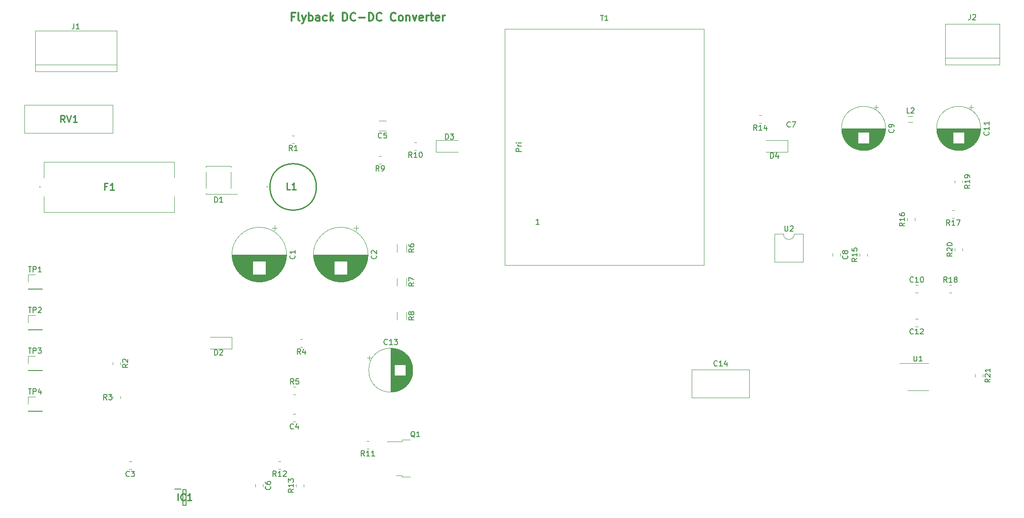
<source format=gbr>
%TF.GenerationSoftware,KiCad,Pcbnew,(5.1.10)-1*%
%TF.CreationDate,2024-07-26T12:52:35+05:30*%
%TF.ProjectId,Flyback_DC-DC,466c7962-6163-46b5-9f44-432d44432e6b,rev?*%
%TF.SameCoordinates,Original*%
%TF.FileFunction,Legend,Top*%
%TF.FilePolarity,Positive*%
%FSLAX46Y46*%
G04 Gerber Fmt 4.6, Leading zero omitted, Abs format (unit mm)*
G04 Created by KiCad (PCBNEW (5.1.10)-1) date 2024-07-26 12:52:35*
%MOMM*%
%LPD*%
G01*
G04 APERTURE LIST*
%ADD10C,0.300000*%
%ADD11C,0.120000*%
%ADD12C,0.200000*%
%ADD13C,0.100000*%
%ADD14C,0.254000*%
%ADD15C,0.150000*%
G04 APERTURE END LIST*
D10*
X106899999Y-40532857D02*
X106399999Y-40532857D01*
X106399999Y-41318571D02*
X106399999Y-39818571D01*
X107114285Y-39818571D01*
X107899999Y-41318571D02*
X107757142Y-41247142D01*
X107685714Y-41104285D01*
X107685714Y-39818571D01*
X108328571Y-40318571D02*
X108685714Y-41318571D01*
X109042857Y-40318571D02*
X108685714Y-41318571D01*
X108542857Y-41675714D01*
X108471428Y-41747142D01*
X108328571Y-41818571D01*
X109614285Y-41318571D02*
X109614285Y-39818571D01*
X109614285Y-40390000D02*
X109757142Y-40318571D01*
X110042857Y-40318571D01*
X110185714Y-40390000D01*
X110257142Y-40461428D01*
X110328571Y-40604285D01*
X110328571Y-41032857D01*
X110257142Y-41175714D01*
X110185714Y-41247142D01*
X110042857Y-41318571D01*
X109757142Y-41318571D01*
X109614285Y-41247142D01*
X111614285Y-41318571D02*
X111614285Y-40532857D01*
X111542857Y-40390000D01*
X111399999Y-40318571D01*
X111114285Y-40318571D01*
X110971428Y-40390000D01*
X111614285Y-41247142D02*
X111471428Y-41318571D01*
X111114285Y-41318571D01*
X110971428Y-41247142D01*
X110899999Y-41104285D01*
X110899999Y-40961428D01*
X110971428Y-40818571D01*
X111114285Y-40747142D01*
X111471428Y-40747142D01*
X111614285Y-40675714D01*
X112971428Y-41247142D02*
X112828571Y-41318571D01*
X112542857Y-41318571D01*
X112399999Y-41247142D01*
X112328571Y-41175714D01*
X112257142Y-41032857D01*
X112257142Y-40604285D01*
X112328571Y-40461428D01*
X112399999Y-40390000D01*
X112542857Y-40318571D01*
X112828571Y-40318571D01*
X112971428Y-40390000D01*
X113614285Y-41318571D02*
X113614285Y-39818571D01*
X113757142Y-40747142D02*
X114185714Y-41318571D01*
X114185714Y-40318571D02*
X113614285Y-40890000D01*
X115971428Y-41318571D02*
X115971428Y-39818571D01*
X116328571Y-39818571D01*
X116542857Y-39890000D01*
X116685714Y-40032857D01*
X116757142Y-40175714D01*
X116828571Y-40461428D01*
X116828571Y-40675714D01*
X116757142Y-40961428D01*
X116685714Y-41104285D01*
X116542857Y-41247142D01*
X116328571Y-41318571D01*
X115971428Y-41318571D01*
X118328571Y-41175714D02*
X118257142Y-41247142D01*
X118042857Y-41318571D01*
X117899999Y-41318571D01*
X117685714Y-41247142D01*
X117542857Y-41104285D01*
X117471428Y-40961428D01*
X117399999Y-40675714D01*
X117399999Y-40461428D01*
X117471428Y-40175714D01*
X117542857Y-40032857D01*
X117685714Y-39890000D01*
X117899999Y-39818571D01*
X118042857Y-39818571D01*
X118257142Y-39890000D01*
X118328571Y-39961428D01*
X118971428Y-40747142D02*
X120114285Y-40747142D01*
X120828571Y-41318571D02*
X120828571Y-39818571D01*
X121185714Y-39818571D01*
X121400000Y-39890000D01*
X121542857Y-40032857D01*
X121614285Y-40175714D01*
X121685714Y-40461428D01*
X121685714Y-40675714D01*
X121614285Y-40961428D01*
X121542857Y-41104285D01*
X121400000Y-41247142D01*
X121185714Y-41318571D01*
X120828571Y-41318571D01*
X123185714Y-41175714D02*
X123114285Y-41247142D01*
X122900000Y-41318571D01*
X122757142Y-41318571D01*
X122542857Y-41247142D01*
X122400000Y-41104285D01*
X122328571Y-40961428D01*
X122257142Y-40675714D01*
X122257142Y-40461428D01*
X122328571Y-40175714D01*
X122400000Y-40032857D01*
X122542857Y-39890000D01*
X122757142Y-39818571D01*
X122900000Y-39818571D01*
X123114285Y-39890000D01*
X123185714Y-39961428D01*
X125828571Y-41175714D02*
X125757142Y-41247142D01*
X125542857Y-41318571D01*
X125400000Y-41318571D01*
X125185714Y-41247142D01*
X125042857Y-41104285D01*
X124971428Y-40961428D01*
X124900000Y-40675714D01*
X124900000Y-40461428D01*
X124971428Y-40175714D01*
X125042857Y-40032857D01*
X125185714Y-39890000D01*
X125400000Y-39818571D01*
X125542857Y-39818571D01*
X125757142Y-39890000D01*
X125828571Y-39961428D01*
X126685714Y-41318571D02*
X126542857Y-41247142D01*
X126471428Y-41175714D01*
X126400000Y-41032857D01*
X126400000Y-40604285D01*
X126471428Y-40461428D01*
X126542857Y-40390000D01*
X126685714Y-40318571D01*
X126900000Y-40318571D01*
X127042857Y-40390000D01*
X127114285Y-40461428D01*
X127185714Y-40604285D01*
X127185714Y-41032857D01*
X127114285Y-41175714D01*
X127042857Y-41247142D01*
X126900000Y-41318571D01*
X126685714Y-41318571D01*
X127828571Y-40318571D02*
X127828571Y-41318571D01*
X127828571Y-40461428D02*
X127900000Y-40390000D01*
X128042857Y-40318571D01*
X128257142Y-40318571D01*
X128400000Y-40390000D01*
X128471428Y-40532857D01*
X128471428Y-41318571D01*
X129042857Y-40318571D02*
X129400000Y-41318571D01*
X129757142Y-40318571D01*
X130900000Y-41247142D02*
X130757142Y-41318571D01*
X130471428Y-41318571D01*
X130328571Y-41247142D01*
X130257142Y-41104285D01*
X130257142Y-40532857D01*
X130328571Y-40390000D01*
X130471428Y-40318571D01*
X130757142Y-40318571D01*
X130900000Y-40390000D01*
X130971428Y-40532857D01*
X130971428Y-40675714D01*
X130257142Y-40818571D01*
X131614285Y-41318571D02*
X131614285Y-40318571D01*
X131614285Y-40604285D02*
X131685714Y-40461428D01*
X131757142Y-40390000D01*
X131900000Y-40318571D01*
X132042857Y-40318571D01*
X132328571Y-40318571D02*
X132900000Y-40318571D01*
X132542857Y-39818571D02*
X132542857Y-41104285D01*
X132614285Y-41247142D01*
X132757142Y-41318571D01*
X132900000Y-41318571D01*
X133971428Y-41247142D02*
X133828571Y-41318571D01*
X133542857Y-41318571D01*
X133400000Y-41247142D01*
X133328571Y-41104285D01*
X133328571Y-40532857D01*
X133400000Y-40390000D01*
X133542857Y-40318571D01*
X133828571Y-40318571D01*
X133971428Y-40390000D01*
X134042857Y-40532857D01*
X134042857Y-40675714D01*
X133328571Y-40818571D01*
X134685714Y-41318571D02*
X134685714Y-40318571D01*
X134685714Y-40604285D02*
X134757142Y-40461428D01*
X134828571Y-40390000D01*
X134971428Y-40318571D01*
X135114285Y-40318571D01*
D11*
%TO.C,T1*%
X146280000Y-42810000D02*
X183520000Y-42810000D01*
X146280000Y-42810000D02*
X146280000Y-87050000D01*
X183520000Y-87050000D02*
X183520000Y-42810000D01*
X183520000Y-87050000D02*
X146280000Y-87050000D01*
%TO.C,C1*%
X103705000Y-80070354D02*
X102705000Y-80070354D01*
X103205000Y-79570354D02*
X103205000Y-80570354D01*
X100929000Y-90131000D02*
X99731000Y-90131000D01*
X101192000Y-90091000D02*
X99468000Y-90091000D01*
X101392000Y-90051000D02*
X99268000Y-90051000D01*
X101560000Y-90011000D02*
X99100000Y-90011000D01*
X101708000Y-89971000D02*
X98952000Y-89971000D01*
X101840000Y-89931000D02*
X98820000Y-89931000D01*
X101960000Y-89891000D02*
X98700000Y-89891000D01*
X102072000Y-89851000D02*
X98588000Y-89851000D01*
X102176000Y-89811000D02*
X98484000Y-89811000D01*
X102274000Y-89771000D02*
X98386000Y-89771000D01*
X102367000Y-89731000D02*
X98293000Y-89731000D01*
X102455000Y-89691000D02*
X98205000Y-89691000D01*
X102539000Y-89651000D02*
X98121000Y-89651000D01*
X102619000Y-89611000D02*
X98041000Y-89611000D01*
X102695000Y-89571000D02*
X97965000Y-89571000D01*
X102769000Y-89531000D02*
X97891000Y-89531000D01*
X102840000Y-89491000D02*
X97820000Y-89491000D01*
X102909000Y-89451000D02*
X97751000Y-89451000D01*
X102975000Y-89411000D02*
X97685000Y-89411000D01*
X103039000Y-89371000D02*
X97621000Y-89371000D01*
X103100000Y-89331000D02*
X97560000Y-89331000D01*
X103160000Y-89291000D02*
X97500000Y-89291000D01*
X103219000Y-89251000D02*
X97441000Y-89251000D01*
X103275000Y-89211000D02*
X97385000Y-89211000D01*
X103330000Y-89171000D02*
X97330000Y-89171000D01*
X103384000Y-89131000D02*
X97276000Y-89131000D01*
X103436000Y-89091000D02*
X97224000Y-89091000D01*
X103486000Y-89051000D02*
X97174000Y-89051000D01*
X103536000Y-89011000D02*
X97124000Y-89011000D01*
X103584000Y-88971000D02*
X97076000Y-88971000D01*
X103631000Y-88931000D02*
X97029000Y-88931000D01*
X103677000Y-88891000D02*
X96983000Y-88891000D01*
X103722000Y-88851000D02*
X96938000Y-88851000D01*
X103766000Y-88811000D02*
X96894000Y-88811000D01*
X99089000Y-88771000D02*
X96852000Y-88771000D01*
X103808000Y-88771000D02*
X101571000Y-88771000D01*
X99089000Y-88731000D02*
X96810000Y-88731000D01*
X103850000Y-88731000D02*
X101571000Y-88731000D01*
X99089000Y-88691000D02*
X96769000Y-88691000D01*
X103891000Y-88691000D02*
X101571000Y-88691000D01*
X99089000Y-88651000D02*
X96729000Y-88651000D01*
X103931000Y-88651000D02*
X101571000Y-88651000D01*
X99089000Y-88611000D02*
X96690000Y-88611000D01*
X103970000Y-88611000D02*
X101571000Y-88611000D01*
X99089000Y-88571000D02*
X96651000Y-88571000D01*
X104009000Y-88571000D02*
X101571000Y-88571000D01*
X99089000Y-88531000D02*
X96614000Y-88531000D01*
X104046000Y-88531000D02*
X101571000Y-88531000D01*
X99089000Y-88491000D02*
X96577000Y-88491000D01*
X104083000Y-88491000D02*
X101571000Y-88491000D01*
X99089000Y-88451000D02*
X96541000Y-88451000D01*
X104119000Y-88451000D02*
X101571000Y-88451000D01*
X99089000Y-88411000D02*
X96506000Y-88411000D01*
X104154000Y-88411000D02*
X101571000Y-88411000D01*
X99089000Y-88371000D02*
X96472000Y-88371000D01*
X104188000Y-88371000D02*
X101571000Y-88371000D01*
X99089000Y-88331000D02*
X96438000Y-88331000D01*
X104222000Y-88331000D02*
X101571000Y-88331000D01*
X99089000Y-88291000D02*
X96405000Y-88291000D01*
X104255000Y-88291000D02*
X101571000Y-88291000D01*
X99089000Y-88251000D02*
X96373000Y-88251000D01*
X104287000Y-88251000D02*
X101571000Y-88251000D01*
X99089000Y-88211000D02*
X96341000Y-88211000D01*
X104319000Y-88211000D02*
X101571000Y-88211000D01*
X99089000Y-88171000D02*
X96310000Y-88171000D01*
X104350000Y-88171000D02*
X101571000Y-88171000D01*
X99089000Y-88131000D02*
X96280000Y-88131000D01*
X104380000Y-88131000D02*
X101571000Y-88131000D01*
X99089000Y-88091000D02*
X96250000Y-88091000D01*
X104410000Y-88091000D02*
X101571000Y-88091000D01*
X99089000Y-88051000D02*
X96220000Y-88051000D01*
X104440000Y-88051000D02*
X101571000Y-88051000D01*
X99089000Y-88011000D02*
X96192000Y-88011000D01*
X104468000Y-88011000D02*
X101571000Y-88011000D01*
X99089000Y-87971000D02*
X96164000Y-87971000D01*
X104496000Y-87971000D02*
X101571000Y-87971000D01*
X99089000Y-87931000D02*
X96136000Y-87931000D01*
X104524000Y-87931000D02*
X101571000Y-87931000D01*
X99089000Y-87891000D02*
X96109000Y-87891000D01*
X104551000Y-87891000D02*
X101571000Y-87891000D01*
X99089000Y-87851000D02*
X96083000Y-87851000D01*
X104577000Y-87851000D02*
X101571000Y-87851000D01*
X99089000Y-87811000D02*
X96057000Y-87811000D01*
X104603000Y-87811000D02*
X101571000Y-87811000D01*
X99089000Y-87771000D02*
X96032000Y-87771000D01*
X104628000Y-87771000D02*
X101571000Y-87771000D01*
X99089000Y-87731000D02*
X96007000Y-87731000D01*
X104653000Y-87731000D02*
X101571000Y-87731000D01*
X99089000Y-87691000D02*
X95983000Y-87691000D01*
X104677000Y-87691000D02*
X101571000Y-87691000D01*
X99089000Y-87651000D02*
X95959000Y-87651000D01*
X104701000Y-87651000D02*
X101571000Y-87651000D01*
X99089000Y-87611000D02*
X95935000Y-87611000D01*
X104725000Y-87611000D02*
X101571000Y-87611000D01*
X99089000Y-87571000D02*
X95913000Y-87571000D01*
X104747000Y-87571000D02*
X101571000Y-87571000D01*
X99089000Y-87531000D02*
X95890000Y-87531000D01*
X104770000Y-87531000D02*
X101571000Y-87531000D01*
X99089000Y-87491000D02*
X95868000Y-87491000D01*
X104792000Y-87491000D02*
X101571000Y-87491000D01*
X99089000Y-87451000D02*
X95847000Y-87451000D01*
X104813000Y-87451000D02*
X101571000Y-87451000D01*
X99089000Y-87411000D02*
X95826000Y-87411000D01*
X104834000Y-87411000D02*
X101571000Y-87411000D01*
X99089000Y-87371000D02*
X95805000Y-87371000D01*
X104855000Y-87371000D02*
X101571000Y-87371000D01*
X99089000Y-87331000D02*
X95785000Y-87331000D01*
X104875000Y-87331000D02*
X101571000Y-87331000D01*
X99089000Y-87291000D02*
X95766000Y-87291000D01*
X104894000Y-87291000D02*
X101571000Y-87291000D01*
X99089000Y-87251000D02*
X95746000Y-87251000D01*
X104914000Y-87251000D02*
X101571000Y-87251000D01*
X99089000Y-87211000D02*
X95727000Y-87211000D01*
X104933000Y-87211000D02*
X101571000Y-87211000D01*
X99089000Y-87171000D02*
X95709000Y-87171000D01*
X104951000Y-87171000D02*
X101571000Y-87171000D01*
X99089000Y-87131000D02*
X95691000Y-87131000D01*
X104969000Y-87131000D02*
X101571000Y-87131000D01*
X99089000Y-87091000D02*
X95673000Y-87091000D01*
X104987000Y-87091000D02*
X101571000Y-87091000D01*
X99089000Y-87051000D02*
X95656000Y-87051000D01*
X105004000Y-87051000D02*
X101571000Y-87051000D01*
X99089000Y-87011000D02*
X95640000Y-87011000D01*
X105020000Y-87011000D02*
X101571000Y-87011000D01*
X99089000Y-86971000D02*
X95623000Y-86971000D01*
X105037000Y-86971000D02*
X101571000Y-86971000D01*
X99089000Y-86931000D02*
X95607000Y-86931000D01*
X105053000Y-86931000D02*
X101571000Y-86931000D01*
X99089000Y-86891000D02*
X95592000Y-86891000D01*
X105068000Y-86891000D02*
X101571000Y-86891000D01*
X99089000Y-86851000D02*
X95576000Y-86851000D01*
X105084000Y-86851000D02*
X101571000Y-86851000D01*
X99089000Y-86811000D02*
X95562000Y-86811000D01*
X105098000Y-86811000D02*
X101571000Y-86811000D01*
X99089000Y-86771000D02*
X95547000Y-86771000D01*
X105113000Y-86771000D02*
X101571000Y-86771000D01*
X99089000Y-86731000D02*
X95533000Y-86731000D01*
X105127000Y-86731000D02*
X101571000Y-86731000D01*
X99089000Y-86691000D02*
X95519000Y-86691000D01*
X105141000Y-86691000D02*
X101571000Y-86691000D01*
X99089000Y-86651000D02*
X95506000Y-86651000D01*
X105154000Y-86651000D02*
X101571000Y-86651000D01*
X99089000Y-86611000D02*
X95493000Y-86611000D01*
X105167000Y-86611000D02*
X101571000Y-86611000D01*
X99089000Y-86571000D02*
X95480000Y-86571000D01*
X105180000Y-86571000D02*
X101571000Y-86571000D01*
X99089000Y-86531000D02*
X95468000Y-86531000D01*
X105192000Y-86531000D02*
X101571000Y-86531000D01*
X99089000Y-86491000D02*
X95456000Y-86491000D01*
X105204000Y-86491000D02*
X101571000Y-86491000D01*
X99089000Y-86451000D02*
X95445000Y-86451000D01*
X105215000Y-86451000D02*
X101571000Y-86451000D01*
X99089000Y-86411000D02*
X95433000Y-86411000D01*
X105227000Y-86411000D02*
X101571000Y-86411000D01*
X99089000Y-86371000D02*
X95423000Y-86371000D01*
X105237000Y-86371000D02*
X101571000Y-86371000D01*
X99089000Y-86331000D02*
X95412000Y-86331000D01*
X105248000Y-86331000D02*
X101571000Y-86331000D01*
X105258000Y-86291000D02*
X95402000Y-86291000D01*
X105268000Y-86251000D02*
X95392000Y-86251000D01*
X105277000Y-86211000D02*
X95383000Y-86211000D01*
X105286000Y-86171000D02*
X95374000Y-86171000D01*
X105295000Y-86131000D02*
X95365000Y-86131000D01*
X105304000Y-86091000D02*
X95356000Y-86091000D01*
X105312000Y-86051000D02*
X95348000Y-86051000D01*
X105320000Y-86011000D02*
X95340000Y-86011000D01*
X105327000Y-85971000D02*
X95333000Y-85971000D01*
X105334000Y-85931000D02*
X95326000Y-85931000D01*
X105341000Y-85891000D02*
X95319000Y-85891000D01*
X105348000Y-85851000D02*
X95312000Y-85851000D01*
X105354000Y-85811000D02*
X95306000Y-85811000D01*
X105360000Y-85771000D02*
X95300000Y-85771000D01*
X105365000Y-85730000D02*
X95295000Y-85730000D01*
X105370000Y-85690000D02*
X95290000Y-85690000D01*
X105375000Y-85650000D02*
X95285000Y-85650000D01*
X105380000Y-85610000D02*
X95280000Y-85610000D01*
X105384000Y-85570000D02*
X95276000Y-85570000D01*
X105388000Y-85530000D02*
X95272000Y-85530000D01*
X105392000Y-85490000D02*
X95268000Y-85490000D01*
X105395000Y-85450000D02*
X95265000Y-85450000D01*
X105398000Y-85410000D02*
X95262000Y-85410000D01*
X105400000Y-85370000D02*
X95260000Y-85370000D01*
X105403000Y-85330000D02*
X95257000Y-85330000D01*
X105405000Y-85290000D02*
X95255000Y-85290000D01*
X105407000Y-85250000D02*
X95253000Y-85250000D01*
X105408000Y-85210000D02*
X95252000Y-85210000D01*
X105409000Y-85170000D02*
X95251000Y-85170000D01*
X105410000Y-85130000D02*
X95250000Y-85130000D01*
X105410000Y-85090000D02*
X95250000Y-85090000D01*
X105410000Y-85050000D02*
X95250000Y-85050000D01*
X105450000Y-85050000D02*
G75*
G03*
X105450000Y-85050000I-5120000J0D01*
G01*
%TO.C,C2*%
X120690000Y-85050000D02*
G75*
G03*
X120690000Y-85050000I-5120000J0D01*
G01*
X120650000Y-85050000D02*
X110490000Y-85050000D01*
X120650000Y-85090000D02*
X110490000Y-85090000D01*
X120650000Y-85130000D02*
X110490000Y-85130000D01*
X120649000Y-85170000D02*
X110491000Y-85170000D01*
X120648000Y-85210000D02*
X110492000Y-85210000D01*
X120647000Y-85250000D02*
X110493000Y-85250000D01*
X120645000Y-85290000D02*
X110495000Y-85290000D01*
X120643000Y-85330000D02*
X110497000Y-85330000D01*
X120640000Y-85370000D02*
X110500000Y-85370000D01*
X120638000Y-85410000D02*
X110502000Y-85410000D01*
X120635000Y-85450000D02*
X110505000Y-85450000D01*
X120632000Y-85490000D02*
X110508000Y-85490000D01*
X120628000Y-85530000D02*
X110512000Y-85530000D01*
X120624000Y-85570000D02*
X110516000Y-85570000D01*
X120620000Y-85610000D02*
X110520000Y-85610000D01*
X120615000Y-85650000D02*
X110525000Y-85650000D01*
X120610000Y-85690000D02*
X110530000Y-85690000D01*
X120605000Y-85730000D02*
X110535000Y-85730000D01*
X120600000Y-85771000D02*
X110540000Y-85771000D01*
X120594000Y-85811000D02*
X110546000Y-85811000D01*
X120588000Y-85851000D02*
X110552000Y-85851000D01*
X120581000Y-85891000D02*
X110559000Y-85891000D01*
X120574000Y-85931000D02*
X110566000Y-85931000D01*
X120567000Y-85971000D02*
X110573000Y-85971000D01*
X120560000Y-86011000D02*
X110580000Y-86011000D01*
X120552000Y-86051000D02*
X110588000Y-86051000D01*
X120544000Y-86091000D02*
X110596000Y-86091000D01*
X120535000Y-86131000D02*
X110605000Y-86131000D01*
X120526000Y-86171000D02*
X110614000Y-86171000D01*
X120517000Y-86211000D02*
X110623000Y-86211000D01*
X120508000Y-86251000D02*
X110632000Y-86251000D01*
X120498000Y-86291000D02*
X110642000Y-86291000D01*
X120488000Y-86331000D02*
X116811000Y-86331000D01*
X114329000Y-86331000D02*
X110652000Y-86331000D01*
X120477000Y-86371000D02*
X116811000Y-86371000D01*
X114329000Y-86371000D02*
X110663000Y-86371000D01*
X120467000Y-86411000D02*
X116811000Y-86411000D01*
X114329000Y-86411000D02*
X110673000Y-86411000D01*
X120455000Y-86451000D02*
X116811000Y-86451000D01*
X114329000Y-86451000D02*
X110685000Y-86451000D01*
X120444000Y-86491000D02*
X116811000Y-86491000D01*
X114329000Y-86491000D02*
X110696000Y-86491000D01*
X120432000Y-86531000D02*
X116811000Y-86531000D01*
X114329000Y-86531000D02*
X110708000Y-86531000D01*
X120420000Y-86571000D02*
X116811000Y-86571000D01*
X114329000Y-86571000D02*
X110720000Y-86571000D01*
X120407000Y-86611000D02*
X116811000Y-86611000D01*
X114329000Y-86611000D02*
X110733000Y-86611000D01*
X120394000Y-86651000D02*
X116811000Y-86651000D01*
X114329000Y-86651000D02*
X110746000Y-86651000D01*
X120381000Y-86691000D02*
X116811000Y-86691000D01*
X114329000Y-86691000D02*
X110759000Y-86691000D01*
X120367000Y-86731000D02*
X116811000Y-86731000D01*
X114329000Y-86731000D02*
X110773000Y-86731000D01*
X120353000Y-86771000D02*
X116811000Y-86771000D01*
X114329000Y-86771000D02*
X110787000Y-86771000D01*
X120338000Y-86811000D02*
X116811000Y-86811000D01*
X114329000Y-86811000D02*
X110802000Y-86811000D01*
X120324000Y-86851000D02*
X116811000Y-86851000D01*
X114329000Y-86851000D02*
X110816000Y-86851000D01*
X120308000Y-86891000D02*
X116811000Y-86891000D01*
X114329000Y-86891000D02*
X110832000Y-86891000D01*
X120293000Y-86931000D02*
X116811000Y-86931000D01*
X114329000Y-86931000D02*
X110847000Y-86931000D01*
X120277000Y-86971000D02*
X116811000Y-86971000D01*
X114329000Y-86971000D02*
X110863000Y-86971000D01*
X120260000Y-87011000D02*
X116811000Y-87011000D01*
X114329000Y-87011000D02*
X110880000Y-87011000D01*
X120244000Y-87051000D02*
X116811000Y-87051000D01*
X114329000Y-87051000D02*
X110896000Y-87051000D01*
X120227000Y-87091000D02*
X116811000Y-87091000D01*
X114329000Y-87091000D02*
X110913000Y-87091000D01*
X120209000Y-87131000D02*
X116811000Y-87131000D01*
X114329000Y-87131000D02*
X110931000Y-87131000D01*
X120191000Y-87171000D02*
X116811000Y-87171000D01*
X114329000Y-87171000D02*
X110949000Y-87171000D01*
X120173000Y-87211000D02*
X116811000Y-87211000D01*
X114329000Y-87211000D02*
X110967000Y-87211000D01*
X120154000Y-87251000D02*
X116811000Y-87251000D01*
X114329000Y-87251000D02*
X110986000Y-87251000D01*
X120134000Y-87291000D02*
X116811000Y-87291000D01*
X114329000Y-87291000D02*
X111006000Y-87291000D01*
X120115000Y-87331000D02*
X116811000Y-87331000D01*
X114329000Y-87331000D02*
X111025000Y-87331000D01*
X120095000Y-87371000D02*
X116811000Y-87371000D01*
X114329000Y-87371000D02*
X111045000Y-87371000D01*
X120074000Y-87411000D02*
X116811000Y-87411000D01*
X114329000Y-87411000D02*
X111066000Y-87411000D01*
X120053000Y-87451000D02*
X116811000Y-87451000D01*
X114329000Y-87451000D02*
X111087000Y-87451000D01*
X120032000Y-87491000D02*
X116811000Y-87491000D01*
X114329000Y-87491000D02*
X111108000Y-87491000D01*
X120010000Y-87531000D02*
X116811000Y-87531000D01*
X114329000Y-87531000D02*
X111130000Y-87531000D01*
X119987000Y-87571000D02*
X116811000Y-87571000D01*
X114329000Y-87571000D02*
X111153000Y-87571000D01*
X119965000Y-87611000D02*
X116811000Y-87611000D01*
X114329000Y-87611000D02*
X111175000Y-87611000D01*
X119941000Y-87651000D02*
X116811000Y-87651000D01*
X114329000Y-87651000D02*
X111199000Y-87651000D01*
X119917000Y-87691000D02*
X116811000Y-87691000D01*
X114329000Y-87691000D02*
X111223000Y-87691000D01*
X119893000Y-87731000D02*
X116811000Y-87731000D01*
X114329000Y-87731000D02*
X111247000Y-87731000D01*
X119868000Y-87771000D02*
X116811000Y-87771000D01*
X114329000Y-87771000D02*
X111272000Y-87771000D01*
X119843000Y-87811000D02*
X116811000Y-87811000D01*
X114329000Y-87811000D02*
X111297000Y-87811000D01*
X119817000Y-87851000D02*
X116811000Y-87851000D01*
X114329000Y-87851000D02*
X111323000Y-87851000D01*
X119791000Y-87891000D02*
X116811000Y-87891000D01*
X114329000Y-87891000D02*
X111349000Y-87891000D01*
X119764000Y-87931000D02*
X116811000Y-87931000D01*
X114329000Y-87931000D02*
X111376000Y-87931000D01*
X119736000Y-87971000D02*
X116811000Y-87971000D01*
X114329000Y-87971000D02*
X111404000Y-87971000D01*
X119708000Y-88011000D02*
X116811000Y-88011000D01*
X114329000Y-88011000D02*
X111432000Y-88011000D01*
X119680000Y-88051000D02*
X116811000Y-88051000D01*
X114329000Y-88051000D02*
X111460000Y-88051000D01*
X119650000Y-88091000D02*
X116811000Y-88091000D01*
X114329000Y-88091000D02*
X111490000Y-88091000D01*
X119620000Y-88131000D02*
X116811000Y-88131000D01*
X114329000Y-88131000D02*
X111520000Y-88131000D01*
X119590000Y-88171000D02*
X116811000Y-88171000D01*
X114329000Y-88171000D02*
X111550000Y-88171000D01*
X119559000Y-88211000D02*
X116811000Y-88211000D01*
X114329000Y-88211000D02*
X111581000Y-88211000D01*
X119527000Y-88251000D02*
X116811000Y-88251000D01*
X114329000Y-88251000D02*
X111613000Y-88251000D01*
X119495000Y-88291000D02*
X116811000Y-88291000D01*
X114329000Y-88291000D02*
X111645000Y-88291000D01*
X119462000Y-88331000D02*
X116811000Y-88331000D01*
X114329000Y-88331000D02*
X111678000Y-88331000D01*
X119428000Y-88371000D02*
X116811000Y-88371000D01*
X114329000Y-88371000D02*
X111712000Y-88371000D01*
X119394000Y-88411000D02*
X116811000Y-88411000D01*
X114329000Y-88411000D02*
X111746000Y-88411000D01*
X119359000Y-88451000D02*
X116811000Y-88451000D01*
X114329000Y-88451000D02*
X111781000Y-88451000D01*
X119323000Y-88491000D02*
X116811000Y-88491000D01*
X114329000Y-88491000D02*
X111817000Y-88491000D01*
X119286000Y-88531000D02*
X116811000Y-88531000D01*
X114329000Y-88531000D02*
X111854000Y-88531000D01*
X119249000Y-88571000D02*
X116811000Y-88571000D01*
X114329000Y-88571000D02*
X111891000Y-88571000D01*
X119210000Y-88611000D02*
X116811000Y-88611000D01*
X114329000Y-88611000D02*
X111930000Y-88611000D01*
X119171000Y-88651000D02*
X116811000Y-88651000D01*
X114329000Y-88651000D02*
X111969000Y-88651000D01*
X119131000Y-88691000D02*
X116811000Y-88691000D01*
X114329000Y-88691000D02*
X112009000Y-88691000D01*
X119090000Y-88731000D02*
X116811000Y-88731000D01*
X114329000Y-88731000D02*
X112050000Y-88731000D01*
X119048000Y-88771000D02*
X116811000Y-88771000D01*
X114329000Y-88771000D02*
X112092000Y-88771000D01*
X119006000Y-88811000D02*
X112134000Y-88811000D01*
X118962000Y-88851000D02*
X112178000Y-88851000D01*
X118917000Y-88891000D02*
X112223000Y-88891000D01*
X118871000Y-88931000D02*
X112269000Y-88931000D01*
X118824000Y-88971000D02*
X112316000Y-88971000D01*
X118776000Y-89011000D02*
X112364000Y-89011000D01*
X118726000Y-89051000D02*
X112414000Y-89051000D01*
X118676000Y-89091000D02*
X112464000Y-89091000D01*
X118624000Y-89131000D02*
X112516000Y-89131000D01*
X118570000Y-89171000D02*
X112570000Y-89171000D01*
X118515000Y-89211000D02*
X112625000Y-89211000D01*
X118459000Y-89251000D02*
X112681000Y-89251000D01*
X118400000Y-89291000D02*
X112740000Y-89291000D01*
X118340000Y-89331000D02*
X112800000Y-89331000D01*
X118279000Y-89371000D02*
X112861000Y-89371000D01*
X118215000Y-89411000D02*
X112925000Y-89411000D01*
X118149000Y-89451000D02*
X112991000Y-89451000D01*
X118080000Y-89491000D02*
X113060000Y-89491000D01*
X118009000Y-89531000D02*
X113131000Y-89531000D01*
X117935000Y-89571000D02*
X113205000Y-89571000D01*
X117859000Y-89611000D02*
X113281000Y-89611000D01*
X117779000Y-89651000D02*
X113361000Y-89651000D01*
X117695000Y-89691000D02*
X113445000Y-89691000D01*
X117607000Y-89731000D02*
X113533000Y-89731000D01*
X117514000Y-89771000D02*
X113626000Y-89771000D01*
X117416000Y-89811000D02*
X113724000Y-89811000D01*
X117312000Y-89851000D02*
X113828000Y-89851000D01*
X117200000Y-89891000D02*
X113940000Y-89891000D01*
X117080000Y-89931000D02*
X114060000Y-89931000D01*
X116948000Y-89971000D02*
X114192000Y-89971000D01*
X116800000Y-90011000D02*
X114340000Y-90011000D01*
X116632000Y-90051000D02*
X114508000Y-90051000D01*
X116432000Y-90091000D02*
X114708000Y-90091000D01*
X116169000Y-90131000D02*
X114971000Y-90131000D01*
X118445000Y-79570354D02*
X118445000Y-80570354D01*
X118945000Y-80070354D02*
X117945000Y-80070354D01*
%TO.C,C3*%
X76461252Y-123725000D02*
X75938748Y-123725000D01*
X76461252Y-125195000D02*
X75938748Y-125195000D01*
%TO.C,C4*%
X107173752Y-116305000D02*
X106651248Y-116305000D01*
X107173752Y-114835000D02*
X106651248Y-114835000D01*
%TO.C,C5*%
X124106252Y-61870000D02*
X122683748Y-61870000D01*
X124106252Y-60050000D02*
X122683748Y-60050000D01*
%TO.C,C6*%
X99595000Y-128008748D02*
X99595000Y-128531252D01*
X101065000Y-128008748D02*
X101065000Y-128531252D01*
%TO.C,C8*%
X207545000Y-84828748D02*
X207545000Y-85351252D01*
X209015000Y-84828748D02*
X209015000Y-85351252D01*
%TO.C,C9*%
X216075000Y-57430302D02*
X215275000Y-57430302D01*
X215675000Y-57030302D02*
X215675000Y-57830302D01*
X213893000Y-65521000D02*
X212827000Y-65521000D01*
X214128000Y-65481000D02*
X212592000Y-65481000D01*
X214308000Y-65441000D02*
X212412000Y-65441000D01*
X214458000Y-65401000D02*
X212262000Y-65401000D01*
X214589000Y-65361000D02*
X212131000Y-65361000D01*
X214706000Y-65321000D02*
X212014000Y-65321000D01*
X214813000Y-65281000D02*
X211907000Y-65281000D01*
X214912000Y-65241000D02*
X211808000Y-65241000D01*
X215005000Y-65201000D02*
X211715000Y-65201000D01*
X215091000Y-65161000D02*
X211629000Y-65161000D01*
X215173000Y-65121000D02*
X211547000Y-65121000D01*
X215250000Y-65081000D02*
X211470000Y-65081000D01*
X215324000Y-65041000D02*
X211396000Y-65041000D01*
X215394000Y-65001000D02*
X211326000Y-65001000D01*
X215462000Y-64961000D02*
X211258000Y-64961000D01*
X215526000Y-64921000D02*
X211194000Y-64921000D01*
X215588000Y-64881000D02*
X211132000Y-64881000D01*
X215647000Y-64841000D02*
X211073000Y-64841000D01*
X215705000Y-64801000D02*
X211015000Y-64801000D01*
X215760000Y-64761000D02*
X210960000Y-64761000D01*
X215814000Y-64721000D02*
X210906000Y-64721000D01*
X215865000Y-64681000D02*
X210855000Y-64681000D01*
X215916000Y-64641000D02*
X210804000Y-64641000D01*
X215964000Y-64601000D02*
X210756000Y-64601000D01*
X216011000Y-64561000D02*
X210709000Y-64561000D01*
X216057000Y-64521000D02*
X210663000Y-64521000D01*
X216101000Y-64481000D02*
X210619000Y-64481000D01*
X216144000Y-64441000D02*
X210576000Y-64441000D01*
X216186000Y-64401000D02*
X210534000Y-64401000D01*
X216227000Y-64361000D02*
X210493000Y-64361000D01*
X216267000Y-64321000D02*
X210453000Y-64321000D01*
X216305000Y-64281000D02*
X210415000Y-64281000D01*
X216343000Y-64241000D02*
X210377000Y-64241000D01*
X212320000Y-64201000D02*
X210341000Y-64201000D01*
X216379000Y-64201000D02*
X214400000Y-64201000D01*
X212320000Y-64161000D02*
X210305000Y-64161000D01*
X216415000Y-64161000D02*
X214400000Y-64161000D01*
X212320000Y-64121000D02*
X210270000Y-64121000D01*
X216450000Y-64121000D02*
X214400000Y-64121000D01*
X212320000Y-64081000D02*
X210236000Y-64081000D01*
X216484000Y-64081000D02*
X214400000Y-64081000D01*
X212320000Y-64041000D02*
X210204000Y-64041000D01*
X216516000Y-64041000D02*
X214400000Y-64041000D01*
X212320000Y-64001000D02*
X210171000Y-64001000D01*
X216549000Y-64001000D02*
X214400000Y-64001000D01*
X212320000Y-63961000D02*
X210140000Y-63961000D01*
X216580000Y-63961000D02*
X214400000Y-63961000D01*
X212320000Y-63921000D02*
X210110000Y-63921000D01*
X216610000Y-63921000D02*
X214400000Y-63921000D01*
X212320000Y-63881000D02*
X210080000Y-63881000D01*
X216640000Y-63881000D02*
X214400000Y-63881000D01*
X212320000Y-63841000D02*
X210051000Y-63841000D01*
X216669000Y-63841000D02*
X214400000Y-63841000D01*
X212320000Y-63801000D02*
X210022000Y-63801000D01*
X216698000Y-63801000D02*
X214400000Y-63801000D01*
X212320000Y-63761000D02*
X209995000Y-63761000D01*
X216725000Y-63761000D02*
X214400000Y-63761000D01*
X212320000Y-63721000D02*
X209968000Y-63721000D01*
X216752000Y-63721000D02*
X214400000Y-63721000D01*
X212320000Y-63681000D02*
X209942000Y-63681000D01*
X216778000Y-63681000D02*
X214400000Y-63681000D01*
X212320000Y-63641000D02*
X209916000Y-63641000D01*
X216804000Y-63641000D02*
X214400000Y-63641000D01*
X212320000Y-63601000D02*
X209891000Y-63601000D01*
X216829000Y-63601000D02*
X214400000Y-63601000D01*
X212320000Y-63561000D02*
X209867000Y-63561000D01*
X216853000Y-63561000D02*
X214400000Y-63561000D01*
X212320000Y-63521000D02*
X209843000Y-63521000D01*
X216877000Y-63521000D02*
X214400000Y-63521000D01*
X212320000Y-63481000D02*
X209820000Y-63481000D01*
X216900000Y-63481000D02*
X214400000Y-63481000D01*
X212320000Y-63441000D02*
X209798000Y-63441000D01*
X216922000Y-63441000D02*
X214400000Y-63441000D01*
X212320000Y-63401000D02*
X209776000Y-63401000D01*
X216944000Y-63401000D02*
X214400000Y-63401000D01*
X212320000Y-63361000D02*
X209754000Y-63361000D01*
X216966000Y-63361000D02*
X214400000Y-63361000D01*
X212320000Y-63321000D02*
X209733000Y-63321000D01*
X216987000Y-63321000D02*
X214400000Y-63321000D01*
X212320000Y-63281000D02*
X209713000Y-63281000D01*
X217007000Y-63281000D02*
X214400000Y-63281000D01*
X212320000Y-63241000D02*
X209694000Y-63241000D01*
X217026000Y-63241000D02*
X214400000Y-63241000D01*
X212320000Y-63201000D02*
X209674000Y-63201000D01*
X217046000Y-63201000D02*
X214400000Y-63201000D01*
X212320000Y-63161000D02*
X209656000Y-63161000D01*
X217064000Y-63161000D02*
X214400000Y-63161000D01*
X212320000Y-63121000D02*
X209638000Y-63121000D01*
X217082000Y-63121000D02*
X214400000Y-63121000D01*
X212320000Y-63081000D02*
X209620000Y-63081000D01*
X217100000Y-63081000D02*
X214400000Y-63081000D01*
X212320000Y-63041000D02*
X209603000Y-63041000D01*
X217117000Y-63041000D02*
X214400000Y-63041000D01*
X212320000Y-63001000D02*
X209586000Y-63001000D01*
X217134000Y-63001000D02*
X214400000Y-63001000D01*
X212320000Y-62961000D02*
X209570000Y-62961000D01*
X217150000Y-62961000D02*
X214400000Y-62961000D01*
X212320000Y-62921000D02*
X209555000Y-62921000D01*
X217165000Y-62921000D02*
X214400000Y-62921000D01*
X212320000Y-62881000D02*
X209539000Y-62881000D01*
X217181000Y-62881000D02*
X214400000Y-62881000D01*
X212320000Y-62841000D02*
X209525000Y-62841000D01*
X217195000Y-62841000D02*
X214400000Y-62841000D01*
X212320000Y-62801000D02*
X209510000Y-62801000D01*
X217210000Y-62801000D02*
X214400000Y-62801000D01*
X212320000Y-62761000D02*
X209497000Y-62761000D01*
X217223000Y-62761000D02*
X214400000Y-62761000D01*
X212320000Y-62721000D02*
X209483000Y-62721000D01*
X217237000Y-62721000D02*
X214400000Y-62721000D01*
X212320000Y-62681000D02*
X209471000Y-62681000D01*
X217249000Y-62681000D02*
X214400000Y-62681000D01*
X212320000Y-62641000D02*
X209458000Y-62641000D01*
X217262000Y-62641000D02*
X214400000Y-62641000D01*
X212320000Y-62601000D02*
X209446000Y-62601000D01*
X217274000Y-62601000D02*
X214400000Y-62601000D01*
X212320000Y-62561000D02*
X209435000Y-62561000D01*
X217285000Y-62561000D02*
X214400000Y-62561000D01*
X212320000Y-62521000D02*
X209424000Y-62521000D01*
X217296000Y-62521000D02*
X214400000Y-62521000D01*
X212320000Y-62481000D02*
X209413000Y-62481000D01*
X217307000Y-62481000D02*
X214400000Y-62481000D01*
X212320000Y-62441000D02*
X209403000Y-62441000D01*
X217317000Y-62441000D02*
X214400000Y-62441000D01*
X212320000Y-62401000D02*
X209393000Y-62401000D01*
X217327000Y-62401000D02*
X214400000Y-62401000D01*
X212320000Y-62361000D02*
X209384000Y-62361000D01*
X217336000Y-62361000D02*
X214400000Y-62361000D01*
X212320000Y-62321000D02*
X209375000Y-62321000D01*
X217345000Y-62321000D02*
X214400000Y-62321000D01*
X212320000Y-62281000D02*
X209366000Y-62281000D01*
X217354000Y-62281000D02*
X214400000Y-62281000D01*
X212320000Y-62241000D02*
X209358000Y-62241000D01*
X217362000Y-62241000D02*
X214400000Y-62241000D01*
X212320000Y-62201000D02*
X209350000Y-62201000D01*
X217370000Y-62201000D02*
X214400000Y-62201000D01*
X212320000Y-62161000D02*
X209343000Y-62161000D01*
X217377000Y-62161000D02*
X214400000Y-62161000D01*
X217384000Y-62120000D02*
X209336000Y-62120000D01*
X217390000Y-62080000D02*
X209330000Y-62080000D01*
X217397000Y-62040000D02*
X209323000Y-62040000D01*
X217402000Y-62000000D02*
X209318000Y-62000000D01*
X217408000Y-61960000D02*
X209312000Y-61960000D01*
X217412000Y-61920000D02*
X209308000Y-61920000D01*
X217417000Y-61880000D02*
X209303000Y-61880000D01*
X217421000Y-61840000D02*
X209299000Y-61840000D01*
X217425000Y-61800000D02*
X209295000Y-61800000D01*
X217428000Y-61760000D02*
X209292000Y-61760000D01*
X217431000Y-61720000D02*
X209289000Y-61720000D01*
X217434000Y-61680000D02*
X209286000Y-61680000D01*
X217436000Y-61640000D02*
X209284000Y-61640000D01*
X217437000Y-61600000D02*
X209283000Y-61600000D01*
X217439000Y-61560000D02*
X209281000Y-61560000D01*
X217440000Y-61520000D02*
X209280000Y-61520000D01*
X217440000Y-61480000D02*
X209280000Y-61480000D01*
X217440000Y-61440000D02*
X209280000Y-61440000D01*
X217480000Y-61440000D02*
G75*
G03*
X217480000Y-61440000I-4120000J0D01*
G01*
%TO.C,C10*%
X223026248Y-90705000D02*
X223548752Y-90705000D01*
X223026248Y-92175000D02*
X223548752Y-92175000D01*
%TO.C,C11*%
X235260000Y-61440000D02*
G75*
G03*
X235260000Y-61440000I-4120000J0D01*
G01*
X235220000Y-61440000D02*
X227060000Y-61440000D01*
X235220000Y-61480000D02*
X227060000Y-61480000D01*
X235220000Y-61520000D02*
X227060000Y-61520000D01*
X235219000Y-61560000D02*
X227061000Y-61560000D01*
X235217000Y-61600000D02*
X227063000Y-61600000D01*
X235216000Y-61640000D02*
X227064000Y-61640000D01*
X235214000Y-61680000D02*
X227066000Y-61680000D01*
X235211000Y-61720000D02*
X227069000Y-61720000D01*
X235208000Y-61760000D02*
X227072000Y-61760000D01*
X235205000Y-61800000D02*
X227075000Y-61800000D01*
X235201000Y-61840000D02*
X227079000Y-61840000D01*
X235197000Y-61880000D02*
X227083000Y-61880000D01*
X235192000Y-61920000D02*
X227088000Y-61920000D01*
X235188000Y-61960000D02*
X227092000Y-61960000D01*
X235182000Y-62000000D02*
X227098000Y-62000000D01*
X235177000Y-62040000D02*
X227103000Y-62040000D01*
X235170000Y-62080000D02*
X227110000Y-62080000D01*
X235164000Y-62120000D02*
X227116000Y-62120000D01*
X235157000Y-62161000D02*
X232180000Y-62161000D01*
X230100000Y-62161000D02*
X227123000Y-62161000D01*
X235150000Y-62201000D02*
X232180000Y-62201000D01*
X230100000Y-62201000D02*
X227130000Y-62201000D01*
X235142000Y-62241000D02*
X232180000Y-62241000D01*
X230100000Y-62241000D02*
X227138000Y-62241000D01*
X235134000Y-62281000D02*
X232180000Y-62281000D01*
X230100000Y-62281000D02*
X227146000Y-62281000D01*
X235125000Y-62321000D02*
X232180000Y-62321000D01*
X230100000Y-62321000D02*
X227155000Y-62321000D01*
X235116000Y-62361000D02*
X232180000Y-62361000D01*
X230100000Y-62361000D02*
X227164000Y-62361000D01*
X235107000Y-62401000D02*
X232180000Y-62401000D01*
X230100000Y-62401000D02*
X227173000Y-62401000D01*
X235097000Y-62441000D02*
X232180000Y-62441000D01*
X230100000Y-62441000D02*
X227183000Y-62441000D01*
X235087000Y-62481000D02*
X232180000Y-62481000D01*
X230100000Y-62481000D02*
X227193000Y-62481000D01*
X235076000Y-62521000D02*
X232180000Y-62521000D01*
X230100000Y-62521000D02*
X227204000Y-62521000D01*
X235065000Y-62561000D02*
X232180000Y-62561000D01*
X230100000Y-62561000D02*
X227215000Y-62561000D01*
X235054000Y-62601000D02*
X232180000Y-62601000D01*
X230100000Y-62601000D02*
X227226000Y-62601000D01*
X235042000Y-62641000D02*
X232180000Y-62641000D01*
X230100000Y-62641000D02*
X227238000Y-62641000D01*
X235029000Y-62681000D02*
X232180000Y-62681000D01*
X230100000Y-62681000D02*
X227251000Y-62681000D01*
X235017000Y-62721000D02*
X232180000Y-62721000D01*
X230100000Y-62721000D02*
X227263000Y-62721000D01*
X235003000Y-62761000D02*
X232180000Y-62761000D01*
X230100000Y-62761000D02*
X227277000Y-62761000D01*
X234990000Y-62801000D02*
X232180000Y-62801000D01*
X230100000Y-62801000D02*
X227290000Y-62801000D01*
X234975000Y-62841000D02*
X232180000Y-62841000D01*
X230100000Y-62841000D02*
X227305000Y-62841000D01*
X234961000Y-62881000D02*
X232180000Y-62881000D01*
X230100000Y-62881000D02*
X227319000Y-62881000D01*
X234945000Y-62921000D02*
X232180000Y-62921000D01*
X230100000Y-62921000D02*
X227335000Y-62921000D01*
X234930000Y-62961000D02*
X232180000Y-62961000D01*
X230100000Y-62961000D02*
X227350000Y-62961000D01*
X234914000Y-63001000D02*
X232180000Y-63001000D01*
X230100000Y-63001000D02*
X227366000Y-63001000D01*
X234897000Y-63041000D02*
X232180000Y-63041000D01*
X230100000Y-63041000D02*
X227383000Y-63041000D01*
X234880000Y-63081000D02*
X232180000Y-63081000D01*
X230100000Y-63081000D02*
X227400000Y-63081000D01*
X234862000Y-63121000D02*
X232180000Y-63121000D01*
X230100000Y-63121000D02*
X227418000Y-63121000D01*
X234844000Y-63161000D02*
X232180000Y-63161000D01*
X230100000Y-63161000D02*
X227436000Y-63161000D01*
X234826000Y-63201000D02*
X232180000Y-63201000D01*
X230100000Y-63201000D02*
X227454000Y-63201000D01*
X234806000Y-63241000D02*
X232180000Y-63241000D01*
X230100000Y-63241000D02*
X227474000Y-63241000D01*
X234787000Y-63281000D02*
X232180000Y-63281000D01*
X230100000Y-63281000D02*
X227493000Y-63281000D01*
X234767000Y-63321000D02*
X232180000Y-63321000D01*
X230100000Y-63321000D02*
X227513000Y-63321000D01*
X234746000Y-63361000D02*
X232180000Y-63361000D01*
X230100000Y-63361000D02*
X227534000Y-63361000D01*
X234724000Y-63401000D02*
X232180000Y-63401000D01*
X230100000Y-63401000D02*
X227556000Y-63401000D01*
X234702000Y-63441000D02*
X232180000Y-63441000D01*
X230100000Y-63441000D02*
X227578000Y-63441000D01*
X234680000Y-63481000D02*
X232180000Y-63481000D01*
X230100000Y-63481000D02*
X227600000Y-63481000D01*
X234657000Y-63521000D02*
X232180000Y-63521000D01*
X230100000Y-63521000D02*
X227623000Y-63521000D01*
X234633000Y-63561000D02*
X232180000Y-63561000D01*
X230100000Y-63561000D02*
X227647000Y-63561000D01*
X234609000Y-63601000D02*
X232180000Y-63601000D01*
X230100000Y-63601000D02*
X227671000Y-63601000D01*
X234584000Y-63641000D02*
X232180000Y-63641000D01*
X230100000Y-63641000D02*
X227696000Y-63641000D01*
X234558000Y-63681000D02*
X232180000Y-63681000D01*
X230100000Y-63681000D02*
X227722000Y-63681000D01*
X234532000Y-63721000D02*
X232180000Y-63721000D01*
X230100000Y-63721000D02*
X227748000Y-63721000D01*
X234505000Y-63761000D02*
X232180000Y-63761000D01*
X230100000Y-63761000D02*
X227775000Y-63761000D01*
X234478000Y-63801000D02*
X232180000Y-63801000D01*
X230100000Y-63801000D02*
X227802000Y-63801000D01*
X234449000Y-63841000D02*
X232180000Y-63841000D01*
X230100000Y-63841000D02*
X227831000Y-63841000D01*
X234420000Y-63881000D02*
X232180000Y-63881000D01*
X230100000Y-63881000D02*
X227860000Y-63881000D01*
X234390000Y-63921000D02*
X232180000Y-63921000D01*
X230100000Y-63921000D02*
X227890000Y-63921000D01*
X234360000Y-63961000D02*
X232180000Y-63961000D01*
X230100000Y-63961000D02*
X227920000Y-63961000D01*
X234329000Y-64001000D02*
X232180000Y-64001000D01*
X230100000Y-64001000D02*
X227951000Y-64001000D01*
X234296000Y-64041000D02*
X232180000Y-64041000D01*
X230100000Y-64041000D02*
X227984000Y-64041000D01*
X234264000Y-64081000D02*
X232180000Y-64081000D01*
X230100000Y-64081000D02*
X228016000Y-64081000D01*
X234230000Y-64121000D02*
X232180000Y-64121000D01*
X230100000Y-64121000D02*
X228050000Y-64121000D01*
X234195000Y-64161000D02*
X232180000Y-64161000D01*
X230100000Y-64161000D02*
X228085000Y-64161000D01*
X234159000Y-64201000D02*
X232180000Y-64201000D01*
X230100000Y-64201000D02*
X228121000Y-64201000D01*
X234123000Y-64241000D02*
X228157000Y-64241000D01*
X234085000Y-64281000D02*
X228195000Y-64281000D01*
X234047000Y-64321000D02*
X228233000Y-64321000D01*
X234007000Y-64361000D02*
X228273000Y-64361000D01*
X233966000Y-64401000D02*
X228314000Y-64401000D01*
X233924000Y-64441000D02*
X228356000Y-64441000D01*
X233881000Y-64481000D02*
X228399000Y-64481000D01*
X233837000Y-64521000D02*
X228443000Y-64521000D01*
X233791000Y-64561000D02*
X228489000Y-64561000D01*
X233744000Y-64601000D02*
X228536000Y-64601000D01*
X233696000Y-64641000D02*
X228584000Y-64641000D01*
X233645000Y-64681000D02*
X228635000Y-64681000D01*
X233594000Y-64721000D02*
X228686000Y-64721000D01*
X233540000Y-64761000D02*
X228740000Y-64761000D01*
X233485000Y-64801000D02*
X228795000Y-64801000D01*
X233427000Y-64841000D02*
X228853000Y-64841000D01*
X233368000Y-64881000D02*
X228912000Y-64881000D01*
X233306000Y-64921000D02*
X228974000Y-64921000D01*
X233242000Y-64961000D02*
X229038000Y-64961000D01*
X233174000Y-65001000D02*
X229106000Y-65001000D01*
X233104000Y-65041000D02*
X229176000Y-65041000D01*
X233030000Y-65081000D02*
X229250000Y-65081000D01*
X232953000Y-65121000D02*
X229327000Y-65121000D01*
X232871000Y-65161000D02*
X229409000Y-65161000D01*
X232785000Y-65201000D02*
X229495000Y-65201000D01*
X232692000Y-65241000D02*
X229588000Y-65241000D01*
X232593000Y-65281000D02*
X229687000Y-65281000D01*
X232486000Y-65321000D02*
X229794000Y-65321000D01*
X232369000Y-65361000D02*
X229911000Y-65361000D01*
X232238000Y-65401000D02*
X230042000Y-65401000D01*
X232088000Y-65441000D02*
X230192000Y-65441000D01*
X231908000Y-65481000D02*
X230372000Y-65481000D01*
X231673000Y-65521000D02*
X230607000Y-65521000D01*
X233455000Y-57030302D02*
X233455000Y-57830302D01*
X233855000Y-57430302D02*
X233055000Y-57430302D01*
%TO.C,C12*%
X223548752Y-98525000D02*
X223026248Y-98525000D01*
X223548752Y-97055000D02*
X223026248Y-97055000D01*
%TO.C,C13*%
X129060000Y-106680000D02*
G75*
G03*
X129060000Y-106680000I-4120000J0D01*
G01*
X124940000Y-102600000D02*
X124940000Y-110760000D01*
X124980000Y-102600000D02*
X124980000Y-110760000D01*
X125020000Y-102600000D02*
X125020000Y-110760000D01*
X125060000Y-102601000D02*
X125060000Y-110759000D01*
X125100000Y-102603000D02*
X125100000Y-110757000D01*
X125140000Y-102604000D02*
X125140000Y-110756000D01*
X125180000Y-102606000D02*
X125180000Y-110754000D01*
X125220000Y-102609000D02*
X125220000Y-110751000D01*
X125260000Y-102612000D02*
X125260000Y-110748000D01*
X125300000Y-102615000D02*
X125300000Y-110745000D01*
X125340000Y-102619000D02*
X125340000Y-110741000D01*
X125380000Y-102623000D02*
X125380000Y-110737000D01*
X125420000Y-102628000D02*
X125420000Y-110732000D01*
X125460000Y-102632000D02*
X125460000Y-110728000D01*
X125500000Y-102638000D02*
X125500000Y-110722000D01*
X125540000Y-102643000D02*
X125540000Y-110717000D01*
X125580000Y-102650000D02*
X125580000Y-110710000D01*
X125620000Y-102656000D02*
X125620000Y-110704000D01*
X125661000Y-102663000D02*
X125661000Y-105640000D01*
X125661000Y-107720000D02*
X125661000Y-110697000D01*
X125701000Y-102670000D02*
X125701000Y-105640000D01*
X125701000Y-107720000D02*
X125701000Y-110690000D01*
X125741000Y-102678000D02*
X125741000Y-105640000D01*
X125741000Y-107720000D02*
X125741000Y-110682000D01*
X125781000Y-102686000D02*
X125781000Y-105640000D01*
X125781000Y-107720000D02*
X125781000Y-110674000D01*
X125821000Y-102695000D02*
X125821000Y-105640000D01*
X125821000Y-107720000D02*
X125821000Y-110665000D01*
X125861000Y-102704000D02*
X125861000Y-105640000D01*
X125861000Y-107720000D02*
X125861000Y-110656000D01*
X125901000Y-102713000D02*
X125901000Y-105640000D01*
X125901000Y-107720000D02*
X125901000Y-110647000D01*
X125941000Y-102723000D02*
X125941000Y-105640000D01*
X125941000Y-107720000D02*
X125941000Y-110637000D01*
X125981000Y-102733000D02*
X125981000Y-105640000D01*
X125981000Y-107720000D02*
X125981000Y-110627000D01*
X126021000Y-102744000D02*
X126021000Y-105640000D01*
X126021000Y-107720000D02*
X126021000Y-110616000D01*
X126061000Y-102755000D02*
X126061000Y-105640000D01*
X126061000Y-107720000D02*
X126061000Y-110605000D01*
X126101000Y-102766000D02*
X126101000Y-105640000D01*
X126101000Y-107720000D02*
X126101000Y-110594000D01*
X126141000Y-102778000D02*
X126141000Y-105640000D01*
X126141000Y-107720000D02*
X126141000Y-110582000D01*
X126181000Y-102791000D02*
X126181000Y-105640000D01*
X126181000Y-107720000D02*
X126181000Y-110569000D01*
X126221000Y-102803000D02*
X126221000Y-105640000D01*
X126221000Y-107720000D02*
X126221000Y-110557000D01*
X126261000Y-102817000D02*
X126261000Y-105640000D01*
X126261000Y-107720000D02*
X126261000Y-110543000D01*
X126301000Y-102830000D02*
X126301000Y-105640000D01*
X126301000Y-107720000D02*
X126301000Y-110530000D01*
X126341000Y-102845000D02*
X126341000Y-105640000D01*
X126341000Y-107720000D02*
X126341000Y-110515000D01*
X126381000Y-102859000D02*
X126381000Y-105640000D01*
X126381000Y-107720000D02*
X126381000Y-110501000D01*
X126421000Y-102875000D02*
X126421000Y-105640000D01*
X126421000Y-107720000D02*
X126421000Y-110485000D01*
X126461000Y-102890000D02*
X126461000Y-105640000D01*
X126461000Y-107720000D02*
X126461000Y-110470000D01*
X126501000Y-102906000D02*
X126501000Y-105640000D01*
X126501000Y-107720000D02*
X126501000Y-110454000D01*
X126541000Y-102923000D02*
X126541000Y-105640000D01*
X126541000Y-107720000D02*
X126541000Y-110437000D01*
X126581000Y-102940000D02*
X126581000Y-105640000D01*
X126581000Y-107720000D02*
X126581000Y-110420000D01*
X126621000Y-102958000D02*
X126621000Y-105640000D01*
X126621000Y-107720000D02*
X126621000Y-110402000D01*
X126661000Y-102976000D02*
X126661000Y-105640000D01*
X126661000Y-107720000D02*
X126661000Y-110384000D01*
X126701000Y-102994000D02*
X126701000Y-105640000D01*
X126701000Y-107720000D02*
X126701000Y-110366000D01*
X126741000Y-103014000D02*
X126741000Y-105640000D01*
X126741000Y-107720000D02*
X126741000Y-110346000D01*
X126781000Y-103033000D02*
X126781000Y-105640000D01*
X126781000Y-107720000D02*
X126781000Y-110327000D01*
X126821000Y-103053000D02*
X126821000Y-105640000D01*
X126821000Y-107720000D02*
X126821000Y-110307000D01*
X126861000Y-103074000D02*
X126861000Y-105640000D01*
X126861000Y-107720000D02*
X126861000Y-110286000D01*
X126901000Y-103096000D02*
X126901000Y-105640000D01*
X126901000Y-107720000D02*
X126901000Y-110264000D01*
X126941000Y-103118000D02*
X126941000Y-105640000D01*
X126941000Y-107720000D02*
X126941000Y-110242000D01*
X126981000Y-103140000D02*
X126981000Y-105640000D01*
X126981000Y-107720000D02*
X126981000Y-110220000D01*
X127021000Y-103163000D02*
X127021000Y-105640000D01*
X127021000Y-107720000D02*
X127021000Y-110197000D01*
X127061000Y-103187000D02*
X127061000Y-105640000D01*
X127061000Y-107720000D02*
X127061000Y-110173000D01*
X127101000Y-103211000D02*
X127101000Y-105640000D01*
X127101000Y-107720000D02*
X127101000Y-110149000D01*
X127141000Y-103236000D02*
X127141000Y-105640000D01*
X127141000Y-107720000D02*
X127141000Y-110124000D01*
X127181000Y-103262000D02*
X127181000Y-105640000D01*
X127181000Y-107720000D02*
X127181000Y-110098000D01*
X127221000Y-103288000D02*
X127221000Y-105640000D01*
X127221000Y-107720000D02*
X127221000Y-110072000D01*
X127261000Y-103315000D02*
X127261000Y-105640000D01*
X127261000Y-107720000D02*
X127261000Y-110045000D01*
X127301000Y-103342000D02*
X127301000Y-105640000D01*
X127301000Y-107720000D02*
X127301000Y-110018000D01*
X127341000Y-103371000D02*
X127341000Y-105640000D01*
X127341000Y-107720000D02*
X127341000Y-109989000D01*
X127381000Y-103400000D02*
X127381000Y-105640000D01*
X127381000Y-107720000D02*
X127381000Y-109960000D01*
X127421000Y-103430000D02*
X127421000Y-105640000D01*
X127421000Y-107720000D02*
X127421000Y-109930000D01*
X127461000Y-103460000D02*
X127461000Y-105640000D01*
X127461000Y-107720000D02*
X127461000Y-109900000D01*
X127501000Y-103491000D02*
X127501000Y-105640000D01*
X127501000Y-107720000D02*
X127501000Y-109869000D01*
X127541000Y-103524000D02*
X127541000Y-105640000D01*
X127541000Y-107720000D02*
X127541000Y-109836000D01*
X127581000Y-103556000D02*
X127581000Y-105640000D01*
X127581000Y-107720000D02*
X127581000Y-109804000D01*
X127621000Y-103590000D02*
X127621000Y-105640000D01*
X127621000Y-107720000D02*
X127621000Y-109770000D01*
X127661000Y-103625000D02*
X127661000Y-105640000D01*
X127661000Y-107720000D02*
X127661000Y-109735000D01*
X127701000Y-103661000D02*
X127701000Y-105640000D01*
X127701000Y-107720000D02*
X127701000Y-109699000D01*
X127741000Y-103697000D02*
X127741000Y-109663000D01*
X127781000Y-103735000D02*
X127781000Y-109625000D01*
X127821000Y-103773000D02*
X127821000Y-109587000D01*
X127861000Y-103813000D02*
X127861000Y-109547000D01*
X127901000Y-103854000D02*
X127901000Y-109506000D01*
X127941000Y-103896000D02*
X127941000Y-109464000D01*
X127981000Y-103939000D02*
X127981000Y-109421000D01*
X128021000Y-103983000D02*
X128021000Y-109377000D01*
X128061000Y-104029000D02*
X128061000Y-109331000D01*
X128101000Y-104076000D02*
X128101000Y-109284000D01*
X128141000Y-104124000D02*
X128141000Y-109236000D01*
X128181000Y-104175000D02*
X128181000Y-109185000D01*
X128221000Y-104226000D02*
X128221000Y-109134000D01*
X128261000Y-104280000D02*
X128261000Y-109080000D01*
X128301000Y-104335000D02*
X128301000Y-109025000D01*
X128341000Y-104393000D02*
X128341000Y-108967000D01*
X128381000Y-104452000D02*
X128381000Y-108908000D01*
X128421000Y-104514000D02*
X128421000Y-108846000D01*
X128461000Y-104578000D02*
X128461000Y-108782000D01*
X128501000Y-104646000D02*
X128501000Y-108714000D01*
X128541000Y-104716000D02*
X128541000Y-108644000D01*
X128581000Y-104790000D02*
X128581000Y-108570000D01*
X128621000Y-104867000D02*
X128621000Y-108493000D01*
X128661000Y-104949000D02*
X128661000Y-108411000D01*
X128701000Y-105035000D02*
X128701000Y-108325000D01*
X128741000Y-105128000D02*
X128741000Y-108232000D01*
X128781000Y-105227000D02*
X128781000Y-108133000D01*
X128821000Y-105334000D02*
X128821000Y-108026000D01*
X128861000Y-105451000D02*
X128861000Y-107909000D01*
X128901000Y-105582000D02*
X128901000Y-107778000D01*
X128941000Y-105732000D02*
X128941000Y-107628000D01*
X128981000Y-105912000D02*
X128981000Y-107448000D01*
X129021000Y-106147000D02*
X129021000Y-107213000D01*
X120530302Y-104365000D02*
X121330302Y-104365000D01*
X120930302Y-103965000D02*
X120930302Y-104765000D01*
%TO.C,C14*%
X181260000Y-106600000D02*
X192000000Y-106600000D01*
X181260000Y-111840000D02*
X192000000Y-111840000D01*
X181260000Y-106600000D02*
X181260000Y-111840000D01*
X192000000Y-106600000D02*
X192000000Y-111840000D01*
%TO.C,D1*%
X90410000Y-73520000D02*
X90410000Y-73720000D01*
X90410000Y-73720000D02*
X96210000Y-73720000D01*
X90410000Y-68720000D02*
X90410000Y-68520000D01*
X90410000Y-68520000D02*
X95010000Y-68520000D01*
X95010000Y-68520000D02*
X95010000Y-68720000D01*
X90410000Y-72620000D02*
X90410000Y-69620000D01*
X95010000Y-69620000D02*
X95010000Y-72620000D01*
%TO.C,D2*%
X95195000Y-100515000D02*
X91110000Y-100515000D01*
X95195000Y-102685000D02*
X95195000Y-100515000D01*
X91110000Y-102685000D02*
X95195000Y-102685000D01*
%TO.C,D3*%
X137490000Y-63685000D02*
X133405000Y-63685000D01*
X133405000Y-63685000D02*
X133405000Y-65855000D01*
X133405000Y-65855000D02*
X137490000Y-65855000D01*
%TO.C,D4*%
X199180000Y-63685000D02*
X195095000Y-63685000D01*
X199180000Y-65855000D02*
X199180000Y-63685000D01*
X195095000Y-65855000D02*
X199180000Y-65855000D01*
D12*
%TO.C,F1*%
X59260000Y-72390000D02*
X59260000Y-72390000D01*
X59360000Y-72390000D02*
X59360000Y-72390000D01*
X59260000Y-72390000D02*
X59260000Y-72390000D01*
D13*
X60060000Y-70640000D02*
X60060000Y-67690000D01*
X60060000Y-70640000D02*
X60060000Y-70640000D01*
X60060000Y-67690000D02*
X60060000Y-70640000D01*
X60060000Y-67690000D02*
X60060000Y-67690000D01*
X84460000Y-67690000D02*
X84460000Y-67690000D01*
X60060000Y-67690000D02*
X84460000Y-67690000D01*
X60060000Y-67690000D02*
X60060000Y-67690000D01*
X84460000Y-67690000D02*
X60060000Y-67690000D01*
X84460000Y-67690000D02*
X84460000Y-70640000D01*
X84460000Y-67690000D02*
X84460000Y-67690000D01*
X84460000Y-70640000D02*
X84460000Y-67690000D01*
X84460000Y-70640000D02*
X84460000Y-70640000D01*
X84460000Y-77090000D02*
X84460000Y-74140000D01*
X84460000Y-77090000D02*
X84460000Y-77090000D01*
X84460000Y-74140000D02*
X84460000Y-77090000D01*
X84460000Y-74140000D02*
X84460000Y-74140000D01*
X60060000Y-77090000D02*
X60060000Y-77090000D01*
X84460000Y-77090000D02*
X60060000Y-77090000D01*
X84460000Y-77090000D02*
X84460000Y-77090000D01*
X60060000Y-77090000D02*
X84460000Y-77090000D01*
X60060000Y-77090000D02*
X60060000Y-74140000D01*
X60060000Y-77090000D02*
X60060000Y-77090000D01*
X60060000Y-74140000D02*
X60060000Y-77090000D01*
X60060000Y-74140000D02*
X60060000Y-74140000D01*
D12*
X59360000Y-72390000D02*
G75*
G02*
X59260000Y-72390000I-50000J0D01*
G01*
X59260000Y-72390000D02*
G75*
G02*
X59360000Y-72390000I50000J0D01*
G01*
X59360000Y-72390000D02*
G75*
G02*
X59260000Y-72390000I-50000J0D01*
G01*
%TO.C,IC1*%
X84510000Y-128890000D02*
X85710000Y-128890000D01*
X86060000Y-131940000D02*
X86060000Y-129040000D01*
X86660000Y-131940000D02*
X86060000Y-131940000D01*
X86660000Y-129040000D02*
X86660000Y-131940000D01*
X86060000Y-129040000D02*
X86660000Y-129040000D01*
D11*
%TO.C,J1*%
X58420000Y-50800000D02*
X73660000Y-50800000D01*
X58420000Y-43180000D02*
X73660000Y-43180000D01*
X58420000Y-49530000D02*
X73660000Y-49530000D01*
X73660000Y-50800000D02*
X73660000Y-43180000D01*
X58420000Y-50800000D02*
X58420000Y-43180000D01*
%TO.C,J2*%
X238760000Y-48260000D02*
X228600000Y-48260000D01*
X238760000Y-49530000D02*
X238760000Y-41910000D01*
X238760000Y-41910000D02*
X228600000Y-41910000D01*
X228600000Y-41910000D02*
X228600000Y-49530000D01*
X228600000Y-49530000D02*
X238760000Y-49530000D01*
D14*
%TO.C,L1*%
X101812000Y-72388000D02*
G75*
G03*
X101812000Y-72388000I-44000J0D01*
G01*
X111030000Y-72390000D02*
G75*
G03*
X111030000Y-72390000I-4350000J0D01*
G01*
D11*
%TO.C,L2*%
X221719758Y-59130000D02*
X222540242Y-59130000D01*
X221719758Y-60250000D02*
X222540242Y-60250000D01*
%TO.C,Q1*%
X127070000Y-126370000D02*
X125970000Y-126370000D01*
X127070000Y-126640000D02*
X127070000Y-126370000D01*
X128570000Y-126640000D02*
X127070000Y-126640000D01*
X127070000Y-120010000D02*
X124240000Y-120010000D01*
X127070000Y-119740000D02*
X127070000Y-120010000D01*
X128570000Y-119740000D02*
X127070000Y-119740000D01*
%TO.C,R1*%
X106907064Y-62765000D02*
X106452936Y-62765000D01*
X106907064Y-64235000D02*
X106452936Y-64235000D01*
%TO.C,R2*%
X72925000Y-105182936D02*
X72925000Y-105637064D01*
X74395000Y-105182936D02*
X74395000Y-105637064D01*
%TO.C,R3*%
X74395000Y-111987064D02*
X74395000Y-111532936D01*
X72925000Y-111987064D02*
X72925000Y-111532936D01*
%TO.C,R4*%
X108447064Y-102335000D02*
X107992936Y-102335000D01*
X108447064Y-100865000D02*
X107992936Y-100865000D01*
%TO.C,R5*%
X106722936Y-109755000D02*
X107177064Y-109755000D01*
X106722936Y-111225000D02*
X107177064Y-111225000D01*
%TO.C,R6*%
X127910000Y-83092936D02*
X127910000Y-84547064D01*
X126090000Y-83092936D02*
X126090000Y-84547064D01*
%TO.C,R7*%
X126090000Y-89442936D02*
X126090000Y-90897064D01*
X127910000Y-89442936D02*
X127910000Y-90897064D01*
%TO.C,R8*%
X127910000Y-95792936D02*
X127910000Y-97247064D01*
X126090000Y-95792936D02*
X126090000Y-97247064D01*
%TO.C,R9*%
X123147064Y-66575000D02*
X122692936Y-66575000D01*
X123147064Y-68045000D02*
X122692936Y-68045000D01*
%TO.C,R10*%
X129767064Y-65505000D02*
X129312936Y-65505000D01*
X129767064Y-64035000D02*
X129312936Y-64035000D01*
%TO.C,R11*%
X120877064Y-119915000D02*
X120422936Y-119915000D01*
X120877064Y-121385000D02*
X120422936Y-121385000D01*
%TO.C,R12*%
X104367064Y-125195000D02*
X103912936Y-125195000D01*
X104367064Y-123725000D02*
X103912936Y-123725000D01*
%TO.C,R13*%
X108685000Y-128497064D02*
X108685000Y-128042936D01*
X107215000Y-128497064D02*
X107215000Y-128042936D01*
%TO.C,R14*%
X194267064Y-60425000D02*
X193812936Y-60425000D01*
X194267064Y-58955000D02*
X193812936Y-58955000D01*
%TO.C,R15*%
X214095000Y-85317064D02*
X214095000Y-84862936D01*
X212625000Y-85317064D02*
X212625000Y-84862936D01*
%TO.C,R16*%
X221515000Y-78697064D02*
X221515000Y-78242936D01*
X222985000Y-78697064D02*
X222985000Y-78242936D01*
%TO.C,R17*%
X230367064Y-78205000D02*
X229912936Y-78205000D01*
X230367064Y-76735000D02*
X229912936Y-76735000D01*
%TO.C,R18*%
X229372936Y-92175000D02*
X229827064Y-92175000D01*
X229372936Y-90705000D02*
X229827064Y-90705000D01*
%TO.C,R19*%
X230405000Y-71162936D02*
X230405000Y-71617064D01*
X231875000Y-71162936D02*
X231875000Y-71617064D01*
%TO.C,R20*%
X231875000Y-84317064D02*
X231875000Y-83862936D01*
X230405000Y-84317064D02*
X230405000Y-83862936D01*
%TO.C,R21*%
X235685000Y-107452936D02*
X235685000Y-107907064D01*
X234215000Y-107452936D02*
X234215000Y-107907064D01*
D13*
%TO.C,RV1*%
X56460000Y-62290000D02*
X56460000Y-57090000D01*
X72960000Y-62290000D02*
X56460000Y-62290000D01*
X72960000Y-57090000D02*
X72960000Y-62290000D01*
X56460000Y-57090000D02*
X72960000Y-57090000D01*
D11*
%TO.C,TP1*%
X57090000Y-91500000D02*
X59750000Y-91500000D01*
X57090000Y-91440000D02*
X57090000Y-91500000D01*
X59750000Y-91440000D02*
X59750000Y-91500000D01*
X57090000Y-91440000D02*
X59750000Y-91440000D01*
X57090000Y-90170000D02*
X57090000Y-88840000D01*
X57090000Y-88840000D02*
X58420000Y-88840000D01*
%TO.C,TP2*%
X57090000Y-96460000D02*
X58420000Y-96460000D01*
X57090000Y-97790000D02*
X57090000Y-96460000D01*
X57090000Y-99060000D02*
X59750000Y-99060000D01*
X59750000Y-99060000D02*
X59750000Y-99120000D01*
X57090000Y-99060000D02*
X57090000Y-99120000D01*
X57090000Y-99120000D02*
X59750000Y-99120000D01*
%TO.C,TP3*%
X57090000Y-106740000D02*
X59750000Y-106740000D01*
X57090000Y-106680000D02*
X57090000Y-106740000D01*
X59750000Y-106680000D02*
X59750000Y-106740000D01*
X57090000Y-106680000D02*
X59750000Y-106680000D01*
X57090000Y-105410000D02*
X57090000Y-104080000D01*
X57090000Y-104080000D02*
X58420000Y-104080000D01*
%TO.C,TP4*%
X57090000Y-111700000D02*
X58420000Y-111700000D01*
X57090000Y-113030000D02*
X57090000Y-111700000D01*
X57090000Y-114300000D02*
X59750000Y-114300000D01*
X59750000Y-114300000D02*
X59750000Y-114360000D01*
X57090000Y-114300000D02*
X57090000Y-114360000D01*
X57090000Y-114360000D02*
X59750000Y-114360000D01*
%TO.C,U1*%
X223520000Y-105390000D02*
X220070000Y-105390000D01*
X223520000Y-105390000D02*
X225470000Y-105390000D01*
X223520000Y-110510000D02*
X221570000Y-110510000D01*
X223520000Y-110510000D02*
X225470000Y-110510000D01*
%TO.C,U2*%
X198390000Y-81220000D02*
X196740000Y-81220000D01*
X196740000Y-81220000D02*
X196740000Y-86420000D01*
X196740000Y-86420000D02*
X202040000Y-86420000D01*
X202040000Y-86420000D02*
X202040000Y-81220000D01*
X202040000Y-81220000D02*
X200390000Y-81220000D01*
X200390000Y-81220000D02*
G75*
G02*
X198390000Y-81220000I-1000000J0D01*
G01*
%TO.C,T1*%
D15*
X164138095Y-40252380D02*
X164709523Y-40252380D01*
X164423809Y-41252380D02*
X164423809Y-40252380D01*
X165566666Y-41252380D02*
X164995238Y-41252380D01*
X165280952Y-41252380D02*
X165280952Y-40252380D01*
X165185714Y-40395238D01*
X165090476Y-40490476D01*
X164995238Y-40538095D01*
X149352380Y-65739523D02*
X148352380Y-65739523D01*
X148352380Y-65358571D01*
X148400000Y-65263333D01*
X148447619Y-65215714D01*
X148542857Y-65168095D01*
X148685714Y-65168095D01*
X148780952Y-65215714D01*
X148828571Y-65263333D01*
X148876190Y-65358571D01*
X148876190Y-65739523D01*
X149352380Y-64739523D02*
X148685714Y-64739523D01*
X148876190Y-64739523D02*
X148780952Y-64691904D01*
X148733333Y-64644285D01*
X148685714Y-64549047D01*
X148685714Y-64453809D01*
X149352380Y-64120476D02*
X148685714Y-64120476D01*
X148352380Y-64120476D02*
X148400000Y-64168095D01*
X148447619Y-64120476D01*
X148400000Y-64072857D01*
X148352380Y-64120476D01*
X148447619Y-64120476D01*
X152685714Y-79382380D02*
X152114285Y-79382380D01*
X152400000Y-79382380D02*
X152400000Y-78382380D01*
X152304761Y-78525238D01*
X152209523Y-78620476D01*
X152114285Y-78668095D01*
%TO.C,C1*%
X106937142Y-85216666D02*
X106984761Y-85264285D01*
X107032380Y-85407142D01*
X107032380Y-85502380D01*
X106984761Y-85645238D01*
X106889523Y-85740476D01*
X106794285Y-85788095D01*
X106603809Y-85835714D01*
X106460952Y-85835714D01*
X106270476Y-85788095D01*
X106175238Y-85740476D01*
X106080000Y-85645238D01*
X106032380Y-85502380D01*
X106032380Y-85407142D01*
X106080000Y-85264285D01*
X106127619Y-85216666D01*
X107032380Y-84264285D02*
X107032380Y-84835714D01*
X107032380Y-84550000D02*
X106032380Y-84550000D01*
X106175238Y-84645238D01*
X106270476Y-84740476D01*
X106318095Y-84835714D01*
%TO.C,C2*%
X122177142Y-85216666D02*
X122224761Y-85264285D01*
X122272380Y-85407142D01*
X122272380Y-85502380D01*
X122224761Y-85645238D01*
X122129523Y-85740476D01*
X122034285Y-85788095D01*
X121843809Y-85835714D01*
X121700952Y-85835714D01*
X121510476Y-85788095D01*
X121415238Y-85740476D01*
X121320000Y-85645238D01*
X121272380Y-85502380D01*
X121272380Y-85407142D01*
X121320000Y-85264285D01*
X121367619Y-85216666D01*
X121367619Y-84835714D02*
X121320000Y-84788095D01*
X121272380Y-84692857D01*
X121272380Y-84454761D01*
X121320000Y-84359523D01*
X121367619Y-84311904D01*
X121462857Y-84264285D01*
X121558095Y-84264285D01*
X121700952Y-84311904D01*
X122272380Y-84883333D01*
X122272380Y-84264285D01*
%TO.C,C3*%
X76033333Y-126497142D02*
X75985714Y-126544761D01*
X75842857Y-126592380D01*
X75747619Y-126592380D01*
X75604761Y-126544761D01*
X75509523Y-126449523D01*
X75461904Y-126354285D01*
X75414285Y-126163809D01*
X75414285Y-126020952D01*
X75461904Y-125830476D01*
X75509523Y-125735238D01*
X75604761Y-125640000D01*
X75747619Y-125592380D01*
X75842857Y-125592380D01*
X75985714Y-125640000D01*
X76033333Y-125687619D01*
X76366666Y-125592380D02*
X76985714Y-125592380D01*
X76652380Y-125973333D01*
X76795238Y-125973333D01*
X76890476Y-126020952D01*
X76938095Y-126068571D01*
X76985714Y-126163809D01*
X76985714Y-126401904D01*
X76938095Y-126497142D01*
X76890476Y-126544761D01*
X76795238Y-126592380D01*
X76509523Y-126592380D01*
X76414285Y-126544761D01*
X76366666Y-126497142D01*
%TO.C,C4*%
X106745833Y-117607142D02*
X106698214Y-117654761D01*
X106555357Y-117702380D01*
X106460119Y-117702380D01*
X106317261Y-117654761D01*
X106222023Y-117559523D01*
X106174404Y-117464285D01*
X106126785Y-117273809D01*
X106126785Y-117130952D01*
X106174404Y-116940476D01*
X106222023Y-116845238D01*
X106317261Y-116750000D01*
X106460119Y-116702380D01*
X106555357Y-116702380D01*
X106698214Y-116750000D01*
X106745833Y-116797619D01*
X107602976Y-117035714D02*
X107602976Y-117702380D01*
X107364880Y-116654761D02*
X107126785Y-117369047D01*
X107745833Y-117369047D01*
%TO.C,C5*%
X123228333Y-63167142D02*
X123180714Y-63214761D01*
X123037857Y-63262380D01*
X122942619Y-63262380D01*
X122799761Y-63214761D01*
X122704523Y-63119523D01*
X122656904Y-63024285D01*
X122609285Y-62833809D01*
X122609285Y-62690952D01*
X122656904Y-62500476D01*
X122704523Y-62405238D01*
X122799761Y-62310000D01*
X122942619Y-62262380D01*
X123037857Y-62262380D01*
X123180714Y-62310000D01*
X123228333Y-62357619D01*
X124133095Y-62262380D02*
X123656904Y-62262380D01*
X123609285Y-62738571D01*
X123656904Y-62690952D01*
X123752142Y-62643333D01*
X123990238Y-62643333D01*
X124085476Y-62690952D01*
X124133095Y-62738571D01*
X124180714Y-62833809D01*
X124180714Y-63071904D01*
X124133095Y-63167142D01*
X124085476Y-63214761D01*
X123990238Y-63262380D01*
X123752142Y-63262380D01*
X123656904Y-63214761D01*
X123609285Y-63167142D01*
%TO.C,C6*%
X102367142Y-128436666D02*
X102414761Y-128484285D01*
X102462380Y-128627142D01*
X102462380Y-128722380D01*
X102414761Y-128865238D01*
X102319523Y-128960476D01*
X102224285Y-129008095D01*
X102033809Y-129055714D01*
X101890952Y-129055714D01*
X101700476Y-129008095D01*
X101605238Y-128960476D01*
X101510000Y-128865238D01*
X101462380Y-128722380D01*
X101462380Y-128627142D01*
X101510000Y-128484285D01*
X101557619Y-128436666D01*
X101462380Y-127579523D02*
X101462380Y-127770000D01*
X101510000Y-127865238D01*
X101557619Y-127912857D01*
X101700476Y-128008095D01*
X101890952Y-128055714D01*
X102271904Y-128055714D01*
X102367142Y-128008095D01*
X102414761Y-127960476D01*
X102462380Y-127865238D01*
X102462380Y-127674761D01*
X102414761Y-127579523D01*
X102367142Y-127531904D01*
X102271904Y-127484285D01*
X102033809Y-127484285D01*
X101938571Y-127531904D01*
X101890952Y-127579523D01*
X101843333Y-127674761D01*
X101843333Y-127865238D01*
X101890952Y-127960476D01*
X101938571Y-128008095D01*
X102033809Y-128055714D01*
%TO.C,C7*%
X199655833Y-61097142D02*
X199608214Y-61144761D01*
X199465357Y-61192380D01*
X199370119Y-61192380D01*
X199227261Y-61144761D01*
X199132023Y-61049523D01*
X199084404Y-60954285D01*
X199036785Y-60763809D01*
X199036785Y-60620952D01*
X199084404Y-60430476D01*
X199132023Y-60335238D01*
X199227261Y-60240000D01*
X199370119Y-60192380D01*
X199465357Y-60192380D01*
X199608214Y-60240000D01*
X199655833Y-60287619D01*
X199989166Y-60192380D02*
X200655833Y-60192380D01*
X200227261Y-61192380D01*
%TO.C,C8*%
X210317142Y-85256666D02*
X210364761Y-85304285D01*
X210412380Y-85447142D01*
X210412380Y-85542380D01*
X210364761Y-85685238D01*
X210269523Y-85780476D01*
X210174285Y-85828095D01*
X209983809Y-85875714D01*
X209840952Y-85875714D01*
X209650476Y-85828095D01*
X209555238Y-85780476D01*
X209460000Y-85685238D01*
X209412380Y-85542380D01*
X209412380Y-85447142D01*
X209460000Y-85304285D01*
X209507619Y-85256666D01*
X209840952Y-84685238D02*
X209793333Y-84780476D01*
X209745714Y-84828095D01*
X209650476Y-84875714D01*
X209602857Y-84875714D01*
X209507619Y-84828095D01*
X209460000Y-84780476D01*
X209412380Y-84685238D01*
X209412380Y-84494761D01*
X209460000Y-84399523D01*
X209507619Y-84351904D01*
X209602857Y-84304285D01*
X209650476Y-84304285D01*
X209745714Y-84351904D01*
X209793333Y-84399523D01*
X209840952Y-84494761D01*
X209840952Y-84685238D01*
X209888571Y-84780476D01*
X209936190Y-84828095D01*
X210031428Y-84875714D01*
X210221904Y-84875714D01*
X210317142Y-84828095D01*
X210364761Y-84780476D01*
X210412380Y-84685238D01*
X210412380Y-84494761D01*
X210364761Y-84399523D01*
X210317142Y-84351904D01*
X210221904Y-84304285D01*
X210031428Y-84304285D01*
X209936190Y-84351904D01*
X209888571Y-84399523D01*
X209840952Y-84494761D01*
%TO.C,C9*%
X218967142Y-61606666D02*
X219014761Y-61654285D01*
X219062380Y-61797142D01*
X219062380Y-61892380D01*
X219014761Y-62035238D01*
X218919523Y-62130476D01*
X218824285Y-62178095D01*
X218633809Y-62225714D01*
X218490952Y-62225714D01*
X218300476Y-62178095D01*
X218205238Y-62130476D01*
X218110000Y-62035238D01*
X218062380Y-61892380D01*
X218062380Y-61797142D01*
X218110000Y-61654285D01*
X218157619Y-61606666D01*
X219062380Y-61130476D02*
X219062380Y-60940000D01*
X219014761Y-60844761D01*
X218967142Y-60797142D01*
X218824285Y-60701904D01*
X218633809Y-60654285D01*
X218252857Y-60654285D01*
X218157619Y-60701904D01*
X218110000Y-60749523D01*
X218062380Y-60844761D01*
X218062380Y-61035238D01*
X218110000Y-61130476D01*
X218157619Y-61178095D01*
X218252857Y-61225714D01*
X218490952Y-61225714D01*
X218586190Y-61178095D01*
X218633809Y-61130476D01*
X218681428Y-61035238D01*
X218681428Y-60844761D01*
X218633809Y-60749523D01*
X218586190Y-60701904D01*
X218490952Y-60654285D01*
%TO.C,C10*%
X222644642Y-90117142D02*
X222597023Y-90164761D01*
X222454166Y-90212380D01*
X222358928Y-90212380D01*
X222216071Y-90164761D01*
X222120833Y-90069523D01*
X222073214Y-89974285D01*
X222025595Y-89783809D01*
X222025595Y-89640952D01*
X222073214Y-89450476D01*
X222120833Y-89355238D01*
X222216071Y-89260000D01*
X222358928Y-89212380D01*
X222454166Y-89212380D01*
X222597023Y-89260000D01*
X222644642Y-89307619D01*
X223597023Y-90212380D02*
X223025595Y-90212380D01*
X223311309Y-90212380D02*
X223311309Y-89212380D01*
X223216071Y-89355238D01*
X223120833Y-89450476D01*
X223025595Y-89498095D01*
X224216071Y-89212380D02*
X224311309Y-89212380D01*
X224406547Y-89260000D01*
X224454166Y-89307619D01*
X224501785Y-89402857D01*
X224549404Y-89593333D01*
X224549404Y-89831428D01*
X224501785Y-90021904D01*
X224454166Y-90117142D01*
X224406547Y-90164761D01*
X224311309Y-90212380D01*
X224216071Y-90212380D01*
X224120833Y-90164761D01*
X224073214Y-90117142D01*
X224025595Y-90021904D01*
X223977976Y-89831428D01*
X223977976Y-89593333D01*
X224025595Y-89402857D01*
X224073214Y-89307619D01*
X224120833Y-89260000D01*
X224216071Y-89212380D01*
%TO.C,C11*%
X236747142Y-62082857D02*
X236794761Y-62130476D01*
X236842380Y-62273333D01*
X236842380Y-62368571D01*
X236794761Y-62511428D01*
X236699523Y-62606666D01*
X236604285Y-62654285D01*
X236413809Y-62701904D01*
X236270952Y-62701904D01*
X236080476Y-62654285D01*
X235985238Y-62606666D01*
X235890000Y-62511428D01*
X235842380Y-62368571D01*
X235842380Y-62273333D01*
X235890000Y-62130476D01*
X235937619Y-62082857D01*
X236842380Y-61130476D02*
X236842380Y-61701904D01*
X236842380Y-61416190D02*
X235842380Y-61416190D01*
X235985238Y-61511428D01*
X236080476Y-61606666D01*
X236128095Y-61701904D01*
X236842380Y-60178095D02*
X236842380Y-60749523D01*
X236842380Y-60463809D02*
X235842380Y-60463809D01*
X235985238Y-60559047D01*
X236080476Y-60654285D01*
X236128095Y-60749523D01*
%TO.C,C12*%
X222644642Y-99827142D02*
X222597023Y-99874761D01*
X222454166Y-99922380D01*
X222358928Y-99922380D01*
X222216071Y-99874761D01*
X222120833Y-99779523D01*
X222073214Y-99684285D01*
X222025595Y-99493809D01*
X222025595Y-99350952D01*
X222073214Y-99160476D01*
X222120833Y-99065238D01*
X222216071Y-98970000D01*
X222358928Y-98922380D01*
X222454166Y-98922380D01*
X222597023Y-98970000D01*
X222644642Y-99017619D01*
X223597023Y-99922380D02*
X223025595Y-99922380D01*
X223311309Y-99922380D02*
X223311309Y-98922380D01*
X223216071Y-99065238D01*
X223120833Y-99160476D01*
X223025595Y-99208095D01*
X223977976Y-99017619D02*
X224025595Y-98970000D01*
X224120833Y-98922380D01*
X224358928Y-98922380D01*
X224454166Y-98970000D01*
X224501785Y-99017619D01*
X224549404Y-99112857D01*
X224549404Y-99208095D01*
X224501785Y-99350952D01*
X223930357Y-99922380D01*
X224549404Y-99922380D01*
%TO.C,C13*%
X124297142Y-101787142D02*
X124249523Y-101834761D01*
X124106666Y-101882380D01*
X124011428Y-101882380D01*
X123868571Y-101834761D01*
X123773333Y-101739523D01*
X123725714Y-101644285D01*
X123678095Y-101453809D01*
X123678095Y-101310952D01*
X123725714Y-101120476D01*
X123773333Y-101025238D01*
X123868571Y-100930000D01*
X124011428Y-100882380D01*
X124106666Y-100882380D01*
X124249523Y-100930000D01*
X124297142Y-100977619D01*
X125249523Y-101882380D02*
X124678095Y-101882380D01*
X124963809Y-101882380D02*
X124963809Y-100882380D01*
X124868571Y-101025238D01*
X124773333Y-101120476D01*
X124678095Y-101168095D01*
X125582857Y-100882380D02*
X126201904Y-100882380D01*
X125868571Y-101263333D01*
X126011428Y-101263333D01*
X126106666Y-101310952D01*
X126154285Y-101358571D01*
X126201904Y-101453809D01*
X126201904Y-101691904D01*
X126154285Y-101787142D01*
X126106666Y-101834761D01*
X126011428Y-101882380D01*
X125725714Y-101882380D01*
X125630476Y-101834761D01*
X125582857Y-101787142D01*
%TO.C,C14*%
X185987142Y-105827142D02*
X185939523Y-105874761D01*
X185796666Y-105922380D01*
X185701428Y-105922380D01*
X185558571Y-105874761D01*
X185463333Y-105779523D01*
X185415714Y-105684285D01*
X185368095Y-105493809D01*
X185368095Y-105350952D01*
X185415714Y-105160476D01*
X185463333Y-105065238D01*
X185558571Y-104970000D01*
X185701428Y-104922380D01*
X185796666Y-104922380D01*
X185939523Y-104970000D01*
X185987142Y-105017619D01*
X186939523Y-105922380D02*
X186368095Y-105922380D01*
X186653809Y-105922380D02*
X186653809Y-104922380D01*
X186558571Y-105065238D01*
X186463333Y-105160476D01*
X186368095Y-105208095D01*
X187796666Y-105255714D02*
X187796666Y-105922380D01*
X187558571Y-104874761D02*
X187320476Y-105589047D01*
X187939523Y-105589047D01*
%TO.C,D1*%
X91971904Y-75272380D02*
X91971904Y-74272380D01*
X92210000Y-74272380D01*
X92352857Y-74320000D01*
X92448095Y-74415238D01*
X92495714Y-74510476D01*
X92543333Y-74700952D01*
X92543333Y-74843809D01*
X92495714Y-75034285D01*
X92448095Y-75129523D01*
X92352857Y-75224761D01*
X92210000Y-75272380D01*
X91971904Y-75272380D01*
X93495714Y-75272380D02*
X92924285Y-75272380D01*
X93210000Y-75272380D02*
X93210000Y-74272380D01*
X93114761Y-74415238D01*
X93019523Y-74510476D01*
X92924285Y-74558095D01*
%TO.C,D2*%
X91971904Y-103832380D02*
X91971904Y-102832380D01*
X92210000Y-102832380D01*
X92352857Y-102880000D01*
X92448095Y-102975238D01*
X92495714Y-103070476D01*
X92543333Y-103260952D01*
X92543333Y-103403809D01*
X92495714Y-103594285D01*
X92448095Y-103689523D01*
X92352857Y-103784761D01*
X92210000Y-103832380D01*
X91971904Y-103832380D01*
X92924285Y-102927619D02*
X92971904Y-102880000D01*
X93067142Y-102832380D01*
X93305238Y-102832380D01*
X93400476Y-102880000D01*
X93448095Y-102927619D01*
X93495714Y-103022857D01*
X93495714Y-103118095D01*
X93448095Y-103260952D01*
X92876666Y-103832380D01*
X93495714Y-103832380D01*
%TO.C,D3*%
X135151904Y-63442380D02*
X135151904Y-62442380D01*
X135390000Y-62442380D01*
X135532857Y-62490000D01*
X135628095Y-62585238D01*
X135675714Y-62680476D01*
X135723333Y-62870952D01*
X135723333Y-63013809D01*
X135675714Y-63204285D01*
X135628095Y-63299523D01*
X135532857Y-63394761D01*
X135390000Y-63442380D01*
X135151904Y-63442380D01*
X136056666Y-62442380D02*
X136675714Y-62442380D01*
X136342380Y-62823333D01*
X136485238Y-62823333D01*
X136580476Y-62870952D01*
X136628095Y-62918571D01*
X136675714Y-63013809D01*
X136675714Y-63251904D01*
X136628095Y-63347142D01*
X136580476Y-63394761D01*
X136485238Y-63442380D01*
X136199523Y-63442380D01*
X136104285Y-63394761D01*
X136056666Y-63347142D01*
%TO.C,D4*%
X195956904Y-67002380D02*
X195956904Y-66002380D01*
X196195000Y-66002380D01*
X196337857Y-66050000D01*
X196433095Y-66145238D01*
X196480714Y-66240476D01*
X196528333Y-66430952D01*
X196528333Y-66573809D01*
X196480714Y-66764285D01*
X196433095Y-66859523D01*
X196337857Y-66954761D01*
X196195000Y-67002380D01*
X195956904Y-67002380D01*
X197385476Y-66335714D02*
X197385476Y-67002380D01*
X197147380Y-65954761D02*
X196909285Y-66669047D01*
X197528333Y-66669047D01*
%TO.C,F1*%
D14*
X71836666Y-72299285D02*
X71413333Y-72299285D01*
X71413333Y-72964523D02*
X71413333Y-71694523D01*
X72018095Y-71694523D01*
X73167142Y-72964523D02*
X72441428Y-72964523D01*
X72804285Y-72964523D02*
X72804285Y-71694523D01*
X72683333Y-71875952D01*
X72562380Y-71996904D01*
X72441428Y-72057380D01*
%TO.C,IC1*%
X85120238Y-131064523D02*
X85120238Y-129794523D01*
X86450714Y-130943571D02*
X86390238Y-131004047D01*
X86208809Y-131064523D01*
X86087857Y-131064523D01*
X85906428Y-131004047D01*
X85785476Y-130883095D01*
X85725000Y-130762142D01*
X85664523Y-130520238D01*
X85664523Y-130338809D01*
X85725000Y-130096904D01*
X85785476Y-129975952D01*
X85906428Y-129855000D01*
X86087857Y-129794523D01*
X86208809Y-129794523D01*
X86390238Y-129855000D01*
X86450714Y-129915476D01*
X87660238Y-131064523D02*
X86934523Y-131064523D01*
X87297380Y-131064523D02*
X87297380Y-129794523D01*
X87176428Y-129975952D01*
X87055476Y-130096904D01*
X86934523Y-130157380D01*
%TO.C,J1*%
D15*
X65676666Y-41792380D02*
X65676666Y-42506666D01*
X65629047Y-42649523D01*
X65533809Y-42744761D01*
X65390952Y-42792380D01*
X65295714Y-42792380D01*
X66676666Y-42792380D02*
X66105238Y-42792380D01*
X66390952Y-42792380D02*
X66390952Y-41792380D01*
X66295714Y-41935238D01*
X66200476Y-42030476D01*
X66105238Y-42078095D01*
%TO.C,J2*%
X233346666Y-40092380D02*
X233346666Y-40806666D01*
X233299047Y-40949523D01*
X233203809Y-41044761D01*
X233060952Y-41092380D01*
X232965714Y-41092380D01*
X233775238Y-40187619D02*
X233822857Y-40140000D01*
X233918095Y-40092380D01*
X234156190Y-40092380D01*
X234251428Y-40140000D01*
X234299047Y-40187619D01*
X234346666Y-40282857D01*
X234346666Y-40378095D01*
X234299047Y-40520952D01*
X233727619Y-41092380D01*
X234346666Y-41092380D01*
%TO.C,L1*%
D14*
X106101463Y-72898643D02*
X105496701Y-72898643D01*
X105496701Y-71628643D01*
X107190034Y-72898643D02*
X106464320Y-72898643D01*
X106827177Y-72898643D02*
X106827177Y-71628643D01*
X106706225Y-71810072D01*
X106585272Y-71931024D01*
X106464320Y-71991500D01*
%TO.C,L2*%
D15*
X221963333Y-58592380D02*
X221487142Y-58592380D01*
X221487142Y-57592380D01*
X222249047Y-57687619D02*
X222296666Y-57640000D01*
X222391904Y-57592380D01*
X222630000Y-57592380D01*
X222725238Y-57640000D01*
X222772857Y-57687619D01*
X222820476Y-57782857D01*
X222820476Y-57878095D01*
X222772857Y-58020952D01*
X222201428Y-58592380D01*
X222820476Y-58592380D01*
%TO.C,Q1*%
X129444761Y-119237619D02*
X129349523Y-119190000D01*
X129254285Y-119094761D01*
X129111428Y-118951904D01*
X129016190Y-118904285D01*
X128920952Y-118904285D01*
X128968571Y-119142380D02*
X128873333Y-119094761D01*
X128778095Y-118999523D01*
X128730476Y-118809047D01*
X128730476Y-118475714D01*
X128778095Y-118285238D01*
X128873333Y-118190000D01*
X128968571Y-118142380D01*
X129159047Y-118142380D01*
X129254285Y-118190000D01*
X129349523Y-118285238D01*
X129397142Y-118475714D01*
X129397142Y-118809047D01*
X129349523Y-118999523D01*
X129254285Y-119094761D01*
X129159047Y-119142380D01*
X128968571Y-119142380D01*
X130349523Y-119142380D02*
X129778095Y-119142380D01*
X130063809Y-119142380D02*
X130063809Y-118142380D01*
X129968571Y-118285238D01*
X129873333Y-118380476D01*
X129778095Y-118428095D01*
%TO.C,R1*%
X106513333Y-65602380D02*
X106180000Y-65126190D01*
X105941904Y-65602380D02*
X105941904Y-64602380D01*
X106322857Y-64602380D01*
X106418095Y-64650000D01*
X106465714Y-64697619D01*
X106513333Y-64792857D01*
X106513333Y-64935714D01*
X106465714Y-65030952D01*
X106418095Y-65078571D01*
X106322857Y-65126190D01*
X105941904Y-65126190D01*
X107465714Y-65602380D02*
X106894285Y-65602380D01*
X107180000Y-65602380D02*
X107180000Y-64602380D01*
X107084761Y-64745238D01*
X106989523Y-64840476D01*
X106894285Y-64888095D01*
%TO.C,R2*%
X75762380Y-105576666D02*
X75286190Y-105910000D01*
X75762380Y-106148095D02*
X74762380Y-106148095D01*
X74762380Y-105767142D01*
X74810000Y-105671904D01*
X74857619Y-105624285D01*
X74952857Y-105576666D01*
X75095714Y-105576666D01*
X75190952Y-105624285D01*
X75238571Y-105671904D01*
X75286190Y-105767142D01*
X75286190Y-106148095D01*
X74857619Y-105195714D02*
X74810000Y-105148095D01*
X74762380Y-105052857D01*
X74762380Y-104814761D01*
X74810000Y-104719523D01*
X74857619Y-104671904D01*
X74952857Y-104624285D01*
X75048095Y-104624285D01*
X75190952Y-104671904D01*
X75762380Y-105243333D01*
X75762380Y-104624285D01*
%TO.C,R3*%
X71843333Y-112212380D02*
X71510000Y-111736190D01*
X71271904Y-112212380D02*
X71271904Y-111212380D01*
X71652857Y-111212380D01*
X71748095Y-111260000D01*
X71795714Y-111307619D01*
X71843333Y-111402857D01*
X71843333Y-111545714D01*
X71795714Y-111640952D01*
X71748095Y-111688571D01*
X71652857Y-111736190D01*
X71271904Y-111736190D01*
X72176666Y-111212380D02*
X72795714Y-111212380D01*
X72462380Y-111593333D01*
X72605238Y-111593333D01*
X72700476Y-111640952D01*
X72748095Y-111688571D01*
X72795714Y-111783809D01*
X72795714Y-112021904D01*
X72748095Y-112117142D01*
X72700476Y-112164761D01*
X72605238Y-112212380D01*
X72319523Y-112212380D01*
X72224285Y-112164761D01*
X72176666Y-112117142D01*
%TO.C,R4*%
X108053333Y-103702380D02*
X107720000Y-103226190D01*
X107481904Y-103702380D02*
X107481904Y-102702380D01*
X107862857Y-102702380D01*
X107958095Y-102750000D01*
X108005714Y-102797619D01*
X108053333Y-102892857D01*
X108053333Y-103035714D01*
X108005714Y-103130952D01*
X107958095Y-103178571D01*
X107862857Y-103226190D01*
X107481904Y-103226190D01*
X108910476Y-103035714D02*
X108910476Y-103702380D01*
X108672380Y-102654761D02*
X108434285Y-103369047D01*
X109053333Y-103369047D01*
%TO.C,R5*%
X106783333Y-109292380D02*
X106450000Y-108816190D01*
X106211904Y-109292380D02*
X106211904Y-108292380D01*
X106592857Y-108292380D01*
X106688095Y-108340000D01*
X106735714Y-108387619D01*
X106783333Y-108482857D01*
X106783333Y-108625714D01*
X106735714Y-108720952D01*
X106688095Y-108768571D01*
X106592857Y-108816190D01*
X106211904Y-108816190D01*
X107688095Y-108292380D02*
X107211904Y-108292380D01*
X107164285Y-108768571D01*
X107211904Y-108720952D01*
X107307142Y-108673333D01*
X107545238Y-108673333D01*
X107640476Y-108720952D01*
X107688095Y-108768571D01*
X107735714Y-108863809D01*
X107735714Y-109101904D01*
X107688095Y-109197142D01*
X107640476Y-109244761D01*
X107545238Y-109292380D01*
X107307142Y-109292380D01*
X107211904Y-109244761D01*
X107164285Y-109197142D01*
%TO.C,R6*%
X129272380Y-83986666D02*
X128796190Y-84320000D01*
X129272380Y-84558095D02*
X128272380Y-84558095D01*
X128272380Y-84177142D01*
X128320000Y-84081904D01*
X128367619Y-84034285D01*
X128462857Y-83986666D01*
X128605714Y-83986666D01*
X128700952Y-84034285D01*
X128748571Y-84081904D01*
X128796190Y-84177142D01*
X128796190Y-84558095D01*
X128272380Y-83129523D02*
X128272380Y-83320000D01*
X128320000Y-83415238D01*
X128367619Y-83462857D01*
X128510476Y-83558095D01*
X128700952Y-83605714D01*
X129081904Y-83605714D01*
X129177142Y-83558095D01*
X129224761Y-83510476D01*
X129272380Y-83415238D01*
X129272380Y-83224761D01*
X129224761Y-83129523D01*
X129177142Y-83081904D01*
X129081904Y-83034285D01*
X128843809Y-83034285D01*
X128748571Y-83081904D01*
X128700952Y-83129523D01*
X128653333Y-83224761D01*
X128653333Y-83415238D01*
X128700952Y-83510476D01*
X128748571Y-83558095D01*
X128843809Y-83605714D01*
%TO.C,R7*%
X129272380Y-90336666D02*
X128796190Y-90670000D01*
X129272380Y-90908095D02*
X128272380Y-90908095D01*
X128272380Y-90527142D01*
X128320000Y-90431904D01*
X128367619Y-90384285D01*
X128462857Y-90336666D01*
X128605714Y-90336666D01*
X128700952Y-90384285D01*
X128748571Y-90431904D01*
X128796190Y-90527142D01*
X128796190Y-90908095D01*
X128272380Y-90003333D02*
X128272380Y-89336666D01*
X129272380Y-89765238D01*
%TO.C,R8*%
X129272380Y-96686666D02*
X128796190Y-97020000D01*
X129272380Y-97258095D02*
X128272380Y-97258095D01*
X128272380Y-96877142D01*
X128320000Y-96781904D01*
X128367619Y-96734285D01*
X128462857Y-96686666D01*
X128605714Y-96686666D01*
X128700952Y-96734285D01*
X128748571Y-96781904D01*
X128796190Y-96877142D01*
X128796190Y-97258095D01*
X128700952Y-96115238D02*
X128653333Y-96210476D01*
X128605714Y-96258095D01*
X128510476Y-96305714D01*
X128462857Y-96305714D01*
X128367619Y-96258095D01*
X128320000Y-96210476D01*
X128272380Y-96115238D01*
X128272380Y-95924761D01*
X128320000Y-95829523D01*
X128367619Y-95781904D01*
X128462857Y-95734285D01*
X128510476Y-95734285D01*
X128605714Y-95781904D01*
X128653333Y-95829523D01*
X128700952Y-95924761D01*
X128700952Y-96115238D01*
X128748571Y-96210476D01*
X128796190Y-96258095D01*
X128891428Y-96305714D01*
X129081904Y-96305714D01*
X129177142Y-96258095D01*
X129224761Y-96210476D01*
X129272380Y-96115238D01*
X129272380Y-95924761D01*
X129224761Y-95829523D01*
X129177142Y-95781904D01*
X129081904Y-95734285D01*
X128891428Y-95734285D01*
X128796190Y-95781904D01*
X128748571Y-95829523D01*
X128700952Y-95924761D01*
%TO.C,R9*%
X122753333Y-69412380D02*
X122420000Y-68936190D01*
X122181904Y-69412380D02*
X122181904Y-68412380D01*
X122562857Y-68412380D01*
X122658095Y-68460000D01*
X122705714Y-68507619D01*
X122753333Y-68602857D01*
X122753333Y-68745714D01*
X122705714Y-68840952D01*
X122658095Y-68888571D01*
X122562857Y-68936190D01*
X122181904Y-68936190D01*
X123229523Y-69412380D02*
X123420000Y-69412380D01*
X123515238Y-69364761D01*
X123562857Y-69317142D01*
X123658095Y-69174285D01*
X123705714Y-68983809D01*
X123705714Y-68602857D01*
X123658095Y-68507619D01*
X123610476Y-68460000D01*
X123515238Y-68412380D01*
X123324761Y-68412380D01*
X123229523Y-68460000D01*
X123181904Y-68507619D01*
X123134285Y-68602857D01*
X123134285Y-68840952D01*
X123181904Y-68936190D01*
X123229523Y-68983809D01*
X123324761Y-69031428D01*
X123515238Y-69031428D01*
X123610476Y-68983809D01*
X123658095Y-68936190D01*
X123705714Y-68840952D01*
%TO.C,R10*%
X128897142Y-66872380D02*
X128563809Y-66396190D01*
X128325714Y-66872380D02*
X128325714Y-65872380D01*
X128706666Y-65872380D01*
X128801904Y-65920000D01*
X128849523Y-65967619D01*
X128897142Y-66062857D01*
X128897142Y-66205714D01*
X128849523Y-66300952D01*
X128801904Y-66348571D01*
X128706666Y-66396190D01*
X128325714Y-66396190D01*
X129849523Y-66872380D02*
X129278095Y-66872380D01*
X129563809Y-66872380D02*
X129563809Y-65872380D01*
X129468571Y-66015238D01*
X129373333Y-66110476D01*
X129278095Y-66158095D01*
X130468571Y-65872380D02*
X130563809Y-65872380D01*
X130659047Y-65920000D01*
X130706666Y-65967619D01*
X130754285Y-66062857D01*
X130801904Y-66253333D01*
X130801904Y-66491428D01*
X130754285Y-66681904D01*
X130706666Y-66777142D01*
X130659047Y-66824761D01*
X130563809Y-66872380D01*
X130468571Y-66872380D01*
X130373333Y-66824761D01*
X130325714Y-66777142D01*
X130278095Y-66681904D01*
X130230476Y-66491428D01*
X130230476Y-66253333D01*
X130278095Y-66062857D01*
X130325714Y-65967619D01*
X130373333Y-65920000D01*
X130468571Y-65872380D01*
%TO.C,R11*%
X120007142Y-122752380D02*
X119673809Y-122276190D01*
X119435714Y-122752380D02*
X119435714Y-121752380D01*
X119816666Y-121752380D01*
X119911904Y-121800000D01*
X119959523Y-121847619D01*
X120007142Y-121942857D01*
X120007142Y-122085714D01*
X119959523Y-122180952D01*
X119911904Y-122228571D01*
X119816666Y-122276190D01*
X119435714Y-122276190D01*
X120959523Y-122752380D02*
X120388095Y-122752380D01*
X120673809Y-122752380D02*
X120673809Y-121752380D01*
X120578571Y-121895238D01*
X120483333Y-121990476D01*
X120388095Y-122038095D01*
X121911904Y-122752380D02*
X121340476Y-122752380D01*
X121626190Y-122752380D02*
X121626190Y-121752380D01*
X121530952Y-121895238D01*
X121435714Y-121990476D01*
X121340476Y-122038095D01*
%TO.C,R12*%
X103497142Y-126562380D02*
X103163809Y-126086190D01*
X102925714Y-126562380D02*
X102925714Y-125562380D01*
X103306666Y-125562380D01*
X103401904Y-125610000D01*
X103449523Y-125657619D01*
X103497142Y-125752857D01*
X103497142Y-125895714D01*
X103449523Y-125990952D01*
X103401904Y-126038571D01*
X103306666Y-126086190D01*
X102925714Y-126086190D01*
X104449523Y-126562380D02*
X103878095Y-126562380D01*
X104163809Y-126562380D02*
X104163809Y-125562380D01*
X104068571Y-125705238D01*
X103973333Y-125800476D01*
X103878095Y-125848095D01*
X104830476Y-125657619D02*
X104878095Y-125610000D01*
X104973333Y-125562380D01*
X105211428Y-125562380D01*
X105306666Y-125610000D01*
X105354285Y-125657619D01*
X105401904Y-125752857D01*
X105401904Y-125848095D01*
X105354285Y-125990952D01*
X104782857Y-126562380D01*
X105401904Y-126562380D01*
%TO.C,R13*%
X106752380Y-128912857D02*
X106276190Y-129246190D01*
X106752380Y-129484285D02*
X105752380Y-129484285D01*
X105752380Y-129103333D01*
X105800000Y-129008095D01*
X105847619Y-128960476D01*
X105942857Y-128912857D01*
X106085714Y-128912857D01*
X106180952Y-128960476D01*
X106228571Y-129008095D01*
X106276190Y-129103333D01*
X106276190Y-129484285D01*
X106752380Y-127960476D02*
X106752380Y-128531904D01*
X106752380Y-128246190D02*
X105752380Y-128246190D01*
X105895238Y-128341428D01*
X105990476Y-128436666D01*
X106038095Y-128531904D01*
X105752380Y-127627142D02*
X105752380Y-127008095D01*
X106133333Y-127341428D01*
X106133333Y-127198571D01*
X106180952Y-127103333D01*
X106228571Y-127055714D01*
X106323809Y-127008095D01*
X106561904Y-127008095D01*
X106657142Y-127055714D01*
X106704761Y-127103333D01*
X106752380Y-127198571D01*
X106752380Y-127484285D01*
X106704761Y-127579523D01*
X106657142Y-127627142D01*
%TO.C,R14*%
X193397142Y-61792380D02*
X193063809Y-61316190D01*
X192825714Y-61792380D02*
X192825714Y-60792380D01*
X193206666Y-60792380D01*
X193301904Y-60840000D01*
X193349523Y-60887619D01*
X193397142Y-60982857D01*
X193397142Y-61125714D01*
X193349523Y-61220952D01*
X193301904Y-61268571D01*
X193206666Y-61316190D01*
X192825714Y-61316190D01*
X194349523Y-61792380D02*
X193778095Y-61792380D01*
X194063809Y-61792380D02*
X194063809Y-60792380D01*
X193968571Y-60935238D01*
X193873333Y-61030476D01*
X193778095Y-61078095D01*
X195206666Y-61125714D02*
X195206666Y-61792380D01*
X194968571Y-60744761D02*
X194730476Y-61459047D01*
X195349523Y-61459047D01*
%TO.C,R15*%
X212162380Y-85732857D02*
X211686190Y-86066190D01*
X212162380Y-86304285D02*
X211162380Y-86304285D01*
X211162380Y-85923333D01*
X211210000Y-85828095D01*
X211257619Y-85780476D01*
X211352857Y-85732857D01*
X211495714Y-85732857D01*
X211590952Y-85780476D01*
X211638571Y-85828095D01*
X211686190Y-85923333D01*
X211686190Y-86304285D01*
X212162380Y-84780476D02*
X212162380Y-85351904D01*
X212162380Y-85066190D02*
X211162380Y-85066190D01*
X211305238Y-85161428D01*
X211400476Y-85256666D01*
X211448095Y-85351904D01*
X211162380Y-83875714D02*
X211162380Y-84351904D01*
X211638571Y-84399523D01*
X211590952Y-84351904D01*
X211543333Y-84256666D01*
X211543333Y-84018571D01*
X211590952Y-83923333D01*
X211638571Y-83875714D01*
X211733809Y-83828095D01*
X211971904Y-83828095D01*
X212067142Y-83875714D01*
X212114761Y-83923333D01*
X212162380Y-84018571D01*
X212162380Y-84256666D01*
X212114761Y-84351904D01*
X212067142Y-84399523D01*
%TO.C,R16*%
X221052380Y-79112857D02*
X220576190Y-79446190D01*
X221052380Y-79684285D02*
X220052380Y-79684285D01*
X220052380Y-79303333D01*
X220100000Y-79208095D01*
X220147619Y-79160476D01*
X220242857Y-79112857D01*
X220385714Y-79112857D01*
X220480952Y-79160476D01*
X220528571Y-79208095D01*
X220576190Y-79303333D01*
X220576190Y-79684285D01*
X221052380Y-78160476D02*
X221052380Y-78731904D01*
X221052380Y-78446190D02*
X220052380Y-78446190D01*
X220195238Y-78541428D01*
X220290476Y-78636666D01*
X220338095Y-78731904D01*
X220052380Y-77303333D02*
X220052380Y-77493809D01*
X220100000Y-77589047D01*
X220147619Y-77636666D01*
X220290476Y-77731904D01*
X220480952Y-77779523D01*
X220861904Y-77779523D01*
X220957142Y-77731904D01*
X221004761Y-77684285D01*
X221052380Y-77589047D01*
X221052380Y-77398571D01*
X221004761Y-77303333D01*
X220957142Y-77255714D01*
X220861904Y-77208095D01*
X220623809Y-77208095D01*
X220528571Y-77255714D01*
X220480952Y-77303333D01*
X220433333Y-77398571D01*
X220433333Y-77589047D01*
X220480952Y-77684285D01*
X220528571Y-77731904D01*
X220623809Y-77779523D01*
%TO.C,R17*%
X229497142Y-79572380D02*
X229163809Y-79096190D01*
X228925714Y-79572380D02*
X228925714Y-78572380D01*
X229306666Y-78572380D01*
X229401904Y-78620000D01*
X229449523Y-78667619D01*
X229497142Y-78762857D01*
X229497142Y-78905714D01*
X229449523Y-79000952D01*
X229401904Y-79048571D01*
X229306666Y-79096190D01*
X228925714Y-79096190D01*
X230449523Y-79572380D02*
X229878095Y-79572380D01*
X230163809Y-79572380D02*
X230163809Y-78572380D01*
X230068571Y-78715238D01*
X229973333Y-78810476D01*
X229878095Y-78858095D01*
X230782857Y-78572380D02*
X231449523Y-78572380D01*
X231020952Y-79572380D01*
%TO.C,R18*%
X228957142Y-90242380D02*
X228623809Y-89766190D01*
X228385714Y-90242380D02*
X228385714Y-89242380D01*
X228766666Y-89242380D01*
X228861904Y-89290000D01*
X228909523Y-89337619D01*
X228957142Y-89432857D01*
X228957142Y-89575714D01*
X228909523Y-89670952D01*
X228861904Y-89718571D01*
X228766666Y-89766190D01*
X228385714Y-89766190D01*
X229909523Y-90242380D02*
X229338095Y-90242380D01*
X229623809Y-90242380D02*
X229623809Y-89242380D01*
X229528571Y-89385238D01*
X229433333Y-89480476D01*
X229338095Y-89528095D01*
X230480952Y-89670952D02*
X230385714Y-89623333D01*
X230338095Y-89575714D01*
X230290476Y-89480476D01*
X230290476Y-89432857D01*
X230338095Y-89337619D01*
X230385714Y-89290000D01*
X230480952Y-89242380D01*
X230671428Y-89242380D01*
X230766666Y-89290000D01*
X230814285Y-89337619D01*
X230861904Y-89432857D01*
X230861904Y-89480476D01*
X230814285Y-89575714D01*
X230766666Y-89623333D01*
X230671428Y-89670952D01*
X230480952Y-89670952D01*
X230385714Y-89718571D01*
X230338095Y-89766190D01*
X230290476Y-89861428D01*
X230290476Y-90051904D01*
X230338095Y-90147142D01*
X230385714Y-90194761D01*
X230480952Y-90242380D01*
X230671428Y-90242380D01*
X230766666Y-90194761D01*
X230814285Y-90147142D01*
X230861904Y-90051904D01*
X230861904Y-89861428D01*
X230814285Y-89766190D01*
X230766666Y-89718571D01*
X230671428Y-89670952D01*
%TO.C,R19*%
X233242380Y-72032857D02*
X232766190Y-72366190D01*
X233242380Y-72604285D02*
X232242380Y-72604285D01*
X232242380Y-72223333D01*
X232290000Y-72128095D01*
X232337619Y-72080476D01*
X232432857Y-72032857D01*
X232575714Y-72032857D01*
X232670952Y-72080476D01*
X232718571Y-72128095D01*
X232766190Y-72223333D01*
X232766190Y-72604285D01*
X233242380Y-71080476D02*
X233242380Y-71651904D01*
X233242380Y-71366190D02*
X232242380Y-71366190D01*
X232385238Y-71461428D01*
X232480476Y-71556666D01*
X232528095Y-71651904D01*
X233242380Y-70604285D02*
X233242380Y-70413809D01*
X233194761Y-70318571D01*
X233147142Y-70270952D01*
X233004285Y-70175714D01*
X232813809Y-70128095D01*
X232432857Y-70128095D01*
X232337619Y-70175714D01*
X232290000Y-70223333D01*
X232242380Y-70318571D01*
X232242380Y-70509047D01*
X232290000Y-70604285D01*
X232337619Y-70651904D01*
X232432857Y-70699523D01*
X232670952Y-70699523D01*
X232766190Y-70651904D01*
X232813809Y-70604285D01*
X232861428Y-70509047D01*
X232861428Y-70318571D01*
X232813809Y-70223333D01*
X232766190Y-70175714D01*
X232670952Y-70128095D01*
%TO.C,R20*%
X229942380Y-84732857D02*
X229466190Y-85066190D01*
X229942380Y-85304285D02*
X228942380Y-85304285D01*
X228942380Y-84923333D01*
X228990000Y-84828095D01*
X229037619Y-84780476D01*
X229132857Y-84732857D01*
X229275714Y-84732857D01*
X229370952Y-84780476D01*
X229418571Y-84828095D01*
X229466190Y-84923333D01*
X229466190Y-85304285D01*
X229037619Y-84351904D02*
X228990000Y-84304285D01*
X228942380Y-84209047D01*
X228942380Y-83970952D01*
X228990000Y-83875714D01*
X229037619Y-83828095D01*
X229132857Y-83780476D01*
X229228095Y-83780476D01*
X229370952Y-83828095D01*
X229942380Y-84399523D01*
X229942380Y-83780476D01*
X228942380Y-83161428D02*
X228942380Y-83066190D01*
X228990000Y-82970952D01*
X229037619Y-82923333D01*
X229132857Y-82875714D01*
X229323333Y-82828095D01*
X229561428Y-82828095D01*
X229751904Y-82875714D01*
X229847142Y-82923333D01*
X229894761Y-82970952D01*
X229942380Y-83066190D01*
X229942380Y-83161428D01*
X229894761Y-83256666D01*
X229847142Y-83304285D01*
X229751904Y-83351904D01*
X229561428Y-83399523D01*
X229323333Y-83399523D01*
X229132857Y-83351904D01*
X229037619Y-83304285D01*
X228990000Y-83256666D01*
X228942380Y-83161428D01*
%TO.C,R21*%
X237052380Y-108322857D02*
X236576190Y-108656190D01*
X237052380Y-108894285D02*
X236052380Y-108894285D01*
X236052380Y-108513333D01*
X236100000Y-108418095D01*
X236147619Y-108370476D01*
X236242857Y-108322857D01*
X236385714Y-108322857D01*
X236480952Y-108370476D01*
X236528571Y-108418095D01*
X236576190Y-108513333D01*
X236576190Y-108894285D01*
X236147619Y-107941904D02*
X236100000Y-107894285D01*
X236052380Y-107799047D01*
X236052380Y-107560952D01*
X236100000Y-107465714D01*
X236147619Y-107418095D01*
X236242857Y-107370476D01*
X236338095Y-107370476D01*
X236480952Y-107418095D01*
X237052380Y-107989523D01*
X237052380Y-107370476D01*
X237052380Y-106418095D02*
X237052380Y-106989523D01*
X237052380Y-106703809D02*
X236052380Y-106703809D01*
X236195238Y-106799047D01*
X236290476Y-106894285D01*
X236338095Y-106989523D01*
%TO.C,RV1*%
D14*
X63954047Y-60264523D02*
X63530714Y-59659761D01*
X63228333Y-60264523D02*
X63228333Y-58994523D01*
X63712142Y-58994523D01*
X63833095Y-59055000D01*
X63893571Y-59115476D01*
X63954047Y-59236428D01*
X63954047Y-59417857D01*
X63893571Y-59538809D01*
X63833095Y-59599285D01*
X63712142Y-59659761D01*
X63228333Y-59659761D01*
X64316904Y-58994523D02*
X64740238Y-60264523D01*
X65163571Y-58994523D01*
X66252142Y-60264523D02*
X65526428Y-60264523D01*
X65889285Y-60264523D02*
X65889285Y-58994523D01*
X65768333Y-59175952D01*
X65647380Y-59296904D01*
X65526428Y-59357380D01*
%TO.C,TP1*%
D15*
X57158095Y-87292380D02*
X57729523Y-87292380D01*
X57443809Y-88292380D02*
X57443809Y-87292380D01*
X58062857Y-88292380D02*
X58062857Y-87292380D01*
X58443809Y-87292380D01*
X58539047Y-87340000D01*
X58586666Y-87387619D01*
X58634285Y-87482857D01*
X58634285Y-87625714D01*
X58586666Y-87720952D01*
X58539047Y-87768571D01*
X58443809Y-87816190D01*
X58062857Y-87816190D01*
X59586666Y-88292380D02*
X59015238Y-88292380D01*
X59300952Y-88292380D02*
X59300952Y-87292380D01*
X59205714Y-87435238D01*
X59110476Y-87530476D01*
X59015238Y-87578095D01*
%TO.C,TP2*%
X57158095Y-94912380D02*
X57729523Y-94912380D01*
X57443809Y-95912380D02*
X57443809Y-94912380D01*
X58062857Y-95912380D02*
X58062857Y-94912380D01*
X58443809Y-94912380D01*
X58539047Y-94960000D01*
X58586666Y-95007619D01*
X58634285Y-95102857D01*
X58634285Y-95245714D01*
X58586666Y-95340952D01*
X58539047Y-95388571D01*
X58443809Y-95436190D01*
X58062857Y-95436190D01*
X59015238Y-95007619D02*
X59062857Y-94960000D01*
X59158095Y-94912380D01*
X59396190Y-94912380D01*
X59491428Y-94960000D01*
X59539047Y-95007619D01*
X59586666Y-95102857D01*
X59586666Y-95198095D01*
X59539047Y-95340952D01*
X58967619Y-95912380D01*
X59586666Y-95912380D01*
%TO.C,TP3*%
X57158095Y-102532380D02*
X57729523Y-102532380D01*
X57443809Y-103532380D02*
X57443809Y-102532380D01*
X58062857Y-103532380D02*
X58062857Y-102532380D01*
X58443809Y-102532380D01*
X58539047Y-102580000D01*
X58586666Y-102627619D01*
X58634285Y-102722857D01*
X58634285Y-102865714D01*
X58586666Y-102960952D01*
X58539047Y-103008571D01*
X58443809Y-103056190D01*
X58062857Y-103056190D01*
X58967619Y-102532380D02*
X59586666Y-102532380D01*
X59253333Y-102913333D01*
X59396190Y-102913333D01*
X59491428Y-102960952D01*
X59539047Y-103008571D01*
X59586666Y-103103809D01*
X59586666Y-103341904D01*
X59539047Y-103437142D01*
X59491428Y-103484761D01*
X59396190Y-103532380D01*
X59110476Y-103532380D01*
X59015238Y-103484761D01*
X58967619Y-103437142D01*
%TO.C,TP4*%
X57158095Y-110152380D02*
X57729523Y-110152380D01*
X57443809Y-111152380D02*
X57443809Y-110152380D01*
X58062857Y-111152380D02*
X58062857Y-110152380D01*
X58443809Y-110152380D01*
X58539047Y-110200000D01*
X58586666Y-110247619D01*
X58634285Y-110342857D01*
X58634285Y-110485714D01*
X58586666Y-110580952D01*
X58539047Y-110628571D01*
X58443809Y-110676190D01*
X58062857Y-110676190D01*
X59491428Y-110485714D02*
X59491428Y-111152380D01*
X59253333Y-110104761D02*
X59015238Y-110819047D01*
X59634285Y-110819047D01*
%TO.C,U1*%
X222758095Y-104002380D02*
X222758095Y-104811904D01*
X222805714Y-104907142D01*
X222853333Y-104954761D01*
X222948571Y-105002380D01*
X223139047Y-105002380D01*
X223234285Y-104954761D01*
X223281904Y-104907142D01*
X223329523Y-104811904D01*
X223329523Y-104002380D01*
X224329523Y-105002380D02*
X223758095Y-105002380D01*
X224043809Y-105002380D02*
X224043809Y-104002380D01*
X223948571Y-104145238D01*
X223853333Y-104240476D01*
X223758095Y-104288095D01*
%TO.C,U2*%
X198628095Y-79672380D02*
X198628095Y-80481904D01*
X198675714Y-80577142D01*
X198723333Y-80624761D01*
X198818571Y-80672380D01*
X199009047Y-80672380D01*
X199104285Y-80624761D01*
X199151904Y-80577142D01*
X199199523Y-80481904D01*
X199199523Y-79672380D01*
X199628095Y-79767619D02*
X199675714Y-79720000D01*
X199770952Y-79672380D01*
X200009047Y-79672380D01*
X200104285Y-79720000D01*
X200151904Y-79767619D01*
X200199523Y-79862857D01*
X200199523Y-79958095D01*
X200151904Y-80100952D01*
X199580476Y-80672380D01*
X200199523Y-80672380D01*
%TD*%
M02*

</source>
